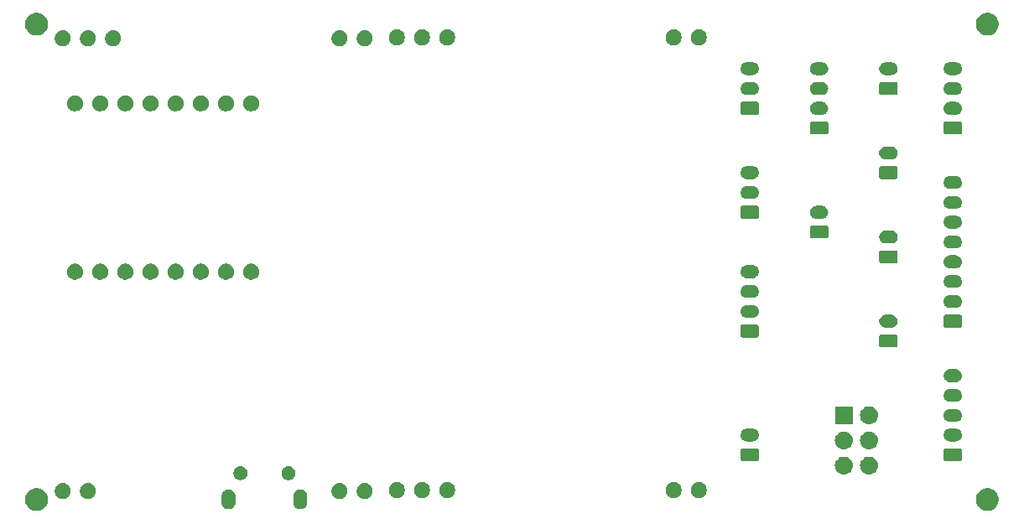
<source format=gbr>
%TF.GenerationSoftware,KiCad,Pcbnew,(5.0.2)-1*%
%TF.CreationDate,2019-03-24T20:38:46+01:00*%
%TF.ProjectId,TaggerMainboard,54616767-6572-44d6-9169-6e626f617264,rev?*%
%TF.SameCoordinates,Original*%
%TF.FileFunction,Soldermask,Bot*%
%TF.FilePolarity,Negative*%
%FSLAX46Y46*%
G04 Gerber Fmt 4.6, Leading zero omitted, Abs format (unit mm)*
G04 Created by KiCad (PCBNEW (5.0.2)-1) date 24.03.2019 20:38:46*
%MOMM*%
%LPD*%
G01*
G04 APERTURE LIST*
%ADD10C,0.150000*%
G04 APERTURE END LIST*
D10*
G36*
X155335734Y-91893232D02*
X155545202Y-91979996D01*
X155733723Y-92105962D01*
X155894038Y-92266277D01*
X156020004Y-92454798D01*
X156106768Y-92664266D01*
X156151000Y-92886635D01*
X156151000Y-93113365D01*
X156106768Y-93335734D01*
X156020004Y-93545202D01*
X155894038Y-93733723D01*
X155733723Y-93894038D01*
X155545202Y-94020004D01*
X155335734Y-94106768D01*
X155113365Y-94151000D01*
X154886635Y-94151000D01*
X154664266Y-94106768D01*
X154454798Y-94020004D01*
X154266277Y-93894038D01*
X154105962Y-93733723D01*
X153979996Y-93545202D01*
X153893232Y-93335734D01*
X153849000Y-93113365D01*
X153849000Y-92886635D01*
X153893232Y-92664266D01*
X153979996Y-92454798D01*
X154105962Y-92266277D01*
X154266277Y-92105962D01*
X154454798Y-91979996D01*
X154664266Y-91893232D01*
X154886635Y-91849000D01*
X155113365Y-91849000D01*
X155335734Y-91893232D01*
X155335734Y-91893232D01*
G37*
G36*
X59335734Y-91893232D02*
X59545202Y-91979996D01*
X59733723Y-92105962D01*
X59894038Y-92266277D01*
X60020004Y-92454798D01*
X60106768Y-92664266D01*
X60151000Y-92886635D01*
X60151000Y-93113365D01*
X60106768Y-93335734D01*
X60020004Y-93545202D01*
X59894038Y-93733723D01*
X59733723Y-93894038D01*
X59545202Y-94020004D01*
X59335734Y-94106768D01*
X59113365Y-94151000D01*
X58886635Y-94151000D01*
X58664266Y-94106768D01*
X58454798Y-94020004D01*
X58266277Y-93894038D01*
X58105962Y-93733723D01*
X57979996Y-93545202D01*
X57893232Y-93335734D01*
X57849000Y-93113365D01*
X57849000Y-92886635D01*
X57893232Y-92664266D01*
X57979996Y-92454798D01*
X58105962Y-92266277D01*
X58266277Y-92105962D01*
X58454798Y-91979996D01*
X58664266Y-91893232D01*
X58886635Y-91849000D01*
X59113365Y-91849000D01*
X59335734Y-91893232D01*
X59335734Y-91893232D01*
G37*
G36*
X78512421Y-92009143D02*
X78644557Y-92049227D01*
X78644559Y-92049228D01*
X78766339Y-92114320D01*
X78873080Y-92201920D01*
X78960680Y-92308661D01*
X79007974Y-92397143D01*
X79025773Y-92430443D01*
X79065857Y-92562579D01*
X79076000Y-92665568D01*
X79076000Y-93334432D01*
X79065857Y-93437421D01*
X79025773Y-93569556D01*
X79025772Y-93569559D01*
X78960680Y-93691339D01*
X78897691Y-93768090D01*
X78873078Y-93798082D01*
X78780427Y-93874117D01*
X78766338Y-93885680D01*
X78750697Y-93894040D01*
X78644556Y-93950773D01*
X78512420Y-93990857D01*
X78375000Y-94004391D01*
X78237579Y-93990857D01*
X78105443Y-93950773D01*
X78105441Y-93950772D01*
X77983661Y-93885680D01*
X77906910Y-93822691D01*
X77876918Y-93798078D01*
X77789321Y-93691339D01*
X77789320Y-93691337D01*
X77724228Y-93569558D01*
X77724227Y-93569556D01*
X77684143Y-93437420D01*
X77674000Y-93334431D01*
X77674000Y-92665568D01*
X77684143Y-92562579D01*
X77724226Y-92430443D01*
X77754527Y-92373756D01*
X77789321Y-92308661D01*
X77876921Y-92201920D01*
X77983662Y-92114320D01*
X78105442Y-92049228D01*
X78105444Y-92049227D01*
X78237580Y-92009143D01*
X78375000Y-91995609D01*
X78512421Y-92009143D01*
X78512421Y-92009143D01*
G37*
G36*
X85762421Y-92009143D02*
X85894557Y-92049227D01*
X85894559Y-92049228D01*
X86016339Y-92114320D01*
X86123080Y-92201920D01*
X86210680Y-92308661D01*
X86257974Y-92397143D01*
X86275773Y-92430443D01*
X86315857Y-92562579D01*
X86326000Y-92665568D01*
X86326000Y-93334432D01*
X86315857Y-93437421D01*
X86275773Y-93569556D01*
X86275772Y-93569559D01*
X86210680Y-93691339D01*
X86147691Y-93768090D01*
X86123078Y-93798082D01*
X86030427Y-93874117D01*
X86016338Y-93885680D01*
X86000697Y-93894040D01*
X85894556Y-93950773D01*
X85762420Y-93990857D01*
X85625000Y-94004391D01*
X85487579Y-93990857D01*
X85355443Y-93950773D01*
X85355441Y-93950772D01*
X85233661Y-93885680D01*
X85156910Y-93822691D01*
X85126918Y-93798078D01*
X85039321Y-93691339D01*
X85039320Y-93691337D01*
X84974228Y-93569558D01*
X84974227Y-93569556D01*
X84934143Y-93437420D01*
X84924000Y-93334431D01*
X84924000Y-92665568D01*
X84934143Y-92562579D01*
X84974226Y-92430443D01*
X85004527Y-92373756D01*
X85039321Y-92308661D01*
X85126921Y-92201920D01*
X85233662Y-92114320D01*
X85355442Y-92049228D01*
X85355444Y-92049227D01*
X85487580Y-92009143D01*
X85625000Y-91995609D01*
X85762421Y-92009143D01*
X85762421Y-92009143D01*
G37*
G36*
X89827142Y-91378242D02*
X89941583Y-91425646D01*
X89948479Y-91428502D01*
X89975102Y-91439530D01*
X90042130Y-91484317D01*
X90108257Y-91528501D01*
X90221499Y-91641743D01*
X90265683Y-91707870D01*
X90310470Y-91774898D01*
X90371758Y-91922858D01*
X90403000Y-92079925D01*
X90403000Y-92240075D01*
X90371758Y-92397142D01*
X90310470Y-92545102D01*
X90221498Y-92678258D01*
X90108258Y-92791498D01*
X89975102Y-92880470D01*
X89827142Y-92941758D01*
X89670075Y-92973000D01*
X89509925Y-92973000D01*
X89352858Y-92941758D01*
X89204898Y-92880470D01*
X89071742Y-92791498D01*
X88958502Y-92678258D01*
X88869530Y-92545102D01*
X88808242Y-92397142D01*
X88777000Y-92240075D01*
X88777000Y-92079925D01*
X88808242Y-91922858D01*
X88869530Y-91774898D01*
X88914317Y-91707870D01*
X88958501Y-91641743D01*
X89071743Y-91528501D01*
X89137870Y-91484317D01*
X89204898Y-91439530D01*
X89231522Y-91428502D01*
X89238417Y-91425646D01*
X89352858Y-91378242D01*
X89509925Y-91347000D01*
X89670075Y-91347000D01*
X89827142Y-91378242D01*
X89827142Y-91378242D01*
G37*
G36*
X61887142Y-91378242D02*
X62001583Y-91425646D01*
X62008479Y-91428502D01*
X62035102Y-91439530D01*
X62102130Y-91484317D01*
X62168257Y-91528501D01*
X62281499Y-91641743D01*
X62325683Y-91707870D01*
X62370470Y-91774898D01*
X62431758Y-91922858D01*
X62463000Y-92079925D01*
X62463000Y-92240075D01*
X62431758Y-92397142D01*
X62370470Y-92545102D01*
X62281498Y-92678258D01*
X62168258Y-92791498D01*
X62035102Y-92880470D01*
X61887142Y-92941758D01*
X61730075Y-92973000D01*
X61569925Y-92973000D01*
X61412858Y-92941758D01*
X61264898Y-92880470D01*
X61131742Y-92791498D01*
X61018502Y-92678258D01*
X60929530Y-92545102D01*
X60868242Y-92397142D01*
X60837000Y-92240075D01*
X60837000Y-92079925D01*
X60868242Y-91922858D01*
X60929530Y-91774898D01*
X60974317Y-91707870D01*
X61018501Y-91641743D01*
X61131743Y-91528501D01*
X61197870Y-91484317D01*
X61264898Y-91439530D01*
X61291522Y-91428502D01*
X61298417Y-91425646D01*
X61412858Y-91378242D01*
X61569925Y-91347000D01*
X61730075Y-91347000D01*
X61887142Y-91378242D01*
X61887142Y-91378242D01*
G37*
G36*
X64427142Y-91378242D02*
X64541583Y-91425646D01*
X64548479Y-91428502D01*
X64575102Y-91439530D01*
X64642130Y-91484317D01*
X64708257Y-91528501D01*
X64821499Y-91641743D01*
X64865683Y-91707870D01*
X64910470Y-91774898D01*
X64971758Y-91922858D01*
X65003000Y-92079925D01*
X65003000Y-92240075D01*
X64971758Y-92397142D01*
X64910470Y-92545102D01*
X64821498Y-92678258D01*
X64708258Y-92791498D01*
X64575102Y-92880470D01*
X64427142Y-92941758D01*
X64270075Y-92973000D01*
X64109925Y-92973000D01*
X63952858Y-92941758D01*
X63804898Y-92880470D01*
X63671742Y-92791498D01*
X63558502Y-92678258D01*
X63469530Y-92545102D01*
X63408242Y-92397142D01*
X63377000Y-92240075D01*
X63377000Y-92079925D01*
X63408242Y-91922858D01*
X63469530Y-91774898D01*
X63514317Y-91707870D01*
X63558501Y-91641743D01*
X63671743Y-91528501D01*
X63737870Y-91484317D01*
X63804898Y-91439530D01*
X63831522Y-91428502D01*
X63838417Y-91425646D01*
X63952858Y-91378242D01*
X64109925Y-91347000D01*
X64270075Y-91347000D01*
X64427142Y-91378242D01*
X64427142Y-91378242D01*
G37*
G36*
X92367142Y-91378242D02*
X92481583Y-91425646D01*
X92488479Y-91428502D01*
X92515102Y-91439530D01*
X92582130Y-91484317D01*
X92648257Y-91528501D01*
X92761499Y-91641743D01*
X92805683Y-91707870D01*
X92850470Y-91774898D01*
X92911758Y-91922858D01*
X92943000Y-92079925D01*
X92943000Y-92240075D01*
X92911758Y-92397142D01*
X92850470Y-92545102D01*
X92761498Y-92678258D01*
X92648258Y-92791498D01*
X92515102Y-92880470D01*
X92367142Y-92941758D01*
X92210075Y-92973000D01*
X92049925Y-92973000D01*
X91892858Y-92941758D01*
X91744898Y-92880470D01*
X91611742Y-92791498D01*
X91498502Y-92678258D01*
X91409530Y-92545102D01*
X91348242Y-92397142D01*
X91317000Y-92240075D01*
X91317000Y-92079925D01*
X91348242Y-91922858D01*
X91409530Y-91774898D01*
X91454317Y-91707870D01*
X91498501Y-91641743D01*
X91611743Y-91528501D01*
X91677870Y-91484317D01*
X91744898Y-91439530D01*
X91771522Y-91428502D01*
X91778417Y-91425646D01*
X91892858Y-91378242D01*
X92049925Y-91347000D01*
X92210075Y-91347000D01*
X92367142Y-91378242D01*
X92367142Y-91378242D01*
G37*
G36*
X100687142Y-91278242D02*
X100835102Y-91339530D01*
X100968258Y-91428502D01*
X101081498Y-91541742D01*
X101170470Y-91674898D01*
X101231758Y-91822858D01*
X101263000Y-91979925D01*
X101263000Y-92140075D01*
X101231758Y-92297142D01*
X101190336Y-92397142D01*
X101170471Y-92445100D01*
X101091975Y-92562579D01*
X101081498Y-92578258D01*
X100968258Y-92691498D01*
X100835102Y-92780470D01*
X100835101Y-92780471D01*
X100835100Y-92780471D01*
X100808476Y-92791499D01*
X100687142Y-92841758D01*
X100530075Y-92873000D01*
X100369925Y-92873000D01*
X100212858Y-92841758D01*
X100091524Y-92791499D01*
X100064900Y-92780471D01*
X100064899Y-92780471D01*
X100064898Y-92780470D01*
X99931742Y-92691498D01*
X99818502Y-92578258D01*
X99808026Y-92562579D01*
X99729529Y-92445100D01*
X99709664Y-92397142D01*
X99668242Y-92297142D01*
X99637000Y-92140075D01*
X99637000Y-91979925D01*
X99668242Y-91822858D01*
X99729530Y-91674898D01*
X99818502Y-91541742D01*
X99931742Y-91428502D01*
X100064898Y-91339530D01*
X100212858Y-91278242D01*
X100369925Y-91247000D01*
X100530075Y-91247000D01*
X100687142Y-91278242D01*
X100687142Y-91278242D01*
G37*
G36*
X126087142Y-91278242D02*
X126235102Y-91339530D01*
X126368258Y-91428502D01*
X126481498Y-91541742D01*
X126570470Y-91674898D01*
X126631758Y-91822858D01*
X126663000Y-91979925D01*
X126663000Y-92140075D01*
X126631758Y-92297142D01*
X126590336Y-92397142D01*
X126570471Y-92445100D01*
X126491975Y-92562579D01*
X126481498Y-92578258D01*
X126368258Y-92691498D01*
X126235102Y-92780470D01*
X126235101Y-92780471D01*
X126235100Y-92780471D01*
X126208476Y-92791499D01*
X126087142Y-92841758D01*
X125930075Y-92873000D01*
X125769925Y-92873000D01*
X125612858Y-92841758D01*
X125491524Y-92791499D01*
X125464900Y-92780471D01*
X125464899Y-92780471D01*
X125464898Y-92780470D01*
X125331742Y-92691498D01*
X125218502Y-92578258D01*
X125208026Y-92562579D01*
X125129529Y-92445100D01*
X125109664Y-92397142D01*
X125068242Y-92297142D01*
X125037000Y-92140075D01*
X125037000Y-91979925D01*
X125068242Y-91822858D01*
X125129530Y-91674898D01*
X125218502Y-91541742D01*
X125331742Y-91428502D01*
X125464898Y-91339530D01*
X125612858Y-91278242D01*
X125769925Y-91247000D01*
X125930075Y-91247000D01*
X126087142Y-91278242D01*
X126087142Y-91278242D01*
G37*
G36*
X123547142Y-91278242D02*
X123695102Y-91339530D01*
X123828258Y-91428502D01*
X123941498Y-91541742D01*
X124030470Y-91674898D01*
X124091758Y-91822858D01*
X124123000Y-91979925D01*
X124123000Y-92140075D01*
X124091758Y-92297142D01*
X124050336Y-92397142D01*
X124030471Y-92445100D01*
X123951975Y-92562579D01*
X123941498Y-92578258D01*
X123828258Y-92691498D01*
X123695102Y-92780470D01*
X123695101Y-92780471D01*
X123695100Y-92780471D01*
X123668476Y-92791499D01*
X123547142Y-92841758D01*
X123390075Y-92873000D01*
X123229925Y-92873000D01*
X123072858Y-92841758D01*
X122951524Y-92791499D01*
X122924900Y-92780471D01*
X122924899Y-92780471D01*
X122924898Y-92780470D01*
X122791742Y-92691498D01*
X122678502Y-92578258D01*
X122668026Y-92562579D01*
X122589529Y-92445100D01*
X122569664Y-92397142D01*
X122528242Y-92297142D01*
X122497000Y-92140075D01*
X122497000Y-91979925D01*
X122528242Y-91822858D01*
X122589530Y-91674898D01*
X122678502Y-91541742D01*
X122791742Y-91428502D01*
X122924898Y-91339530D01*
X123072858Y-91278242D01*
X123229925Y-91247000D01*
X123390075Y-91247000D01*
X123547142Y-91278242D01*
X123547142Y-91278242D01*
G37*
G36*
X98147142Y-91278242D02*
X98295102Y-91339530D01*
X98428258Y-91428502D01*
X98541498Y-91541742D01*
X98630470Y-91674898D01*
X98691758Y-91822858D01*
X98723000Y-91979925D01*
X98723000Y-92140075D01*
X98691758Y-92297142D01*
X98650336Y-92397142D01*
X98630471Y-92445100D01*
X98551975Y-92562579D01*
X98541498Y-92578258D01*
X98428258Y-92691498D01*
X98295102Y-92780470D01*
X98295101Y-92780471D01*
X98295100Y-92780471D01*
X98268476Y-92791499D01*
X98147142Y-92841758D01*
X97990075Y-92873000D01*
X97829925Y-92873000D01*
X97672858Y-92841758D01*
X97551524Y-92791499D01*
X97524900Y-92780471D01*
X97524899Y-92780471D01*
X97524898Y-92780470D01*
X97391742Y-92691498D01*
X97278502Y-92578258D01*
X97268026Y-92562579D01*
X97189529Y-92445100D01*
X97169664Y-92397142D01*
X97128242Y-92297142D01*
X97097000Y-92140075D01*
X97097000Y-91979925D01*
X97128242Y-91822858D01*
X97189530Y-91674898D01*
X97278502Y-91541742D01*
X97391742Y-91428502D01*
X97524898Y-91339530D01*
X97672858Y-91278242D01*
X97829925Y-91247000D01*
X97990075Y-91247000D01*
X98147142Y-91278242D01*
X98147142Y-91278242D01*
G37*
G36*
X95607142Y-91278242D02*
X95755102Y-91339530D01*
X95888258Y-91428502D01*
X96001498Y-91541742D01*
X96090470Y-91674898D01*
X96151758Y-91822858D01*
X96183000Y-91979925D01*
X96183000Y-92140075D01*
X96151758Y-92297142D01*
X96110336Y-92397142D01*
X96090471Y-92445100D01*
X96011975Y-92562579D01*
X96001498Y-92578258D01*
X95888258Y-92691498D01*
X95755102Y-92780470D01*
X95755101Y-92780471D01*
X95755100Y-92780471D01*
X95728476Y-92791499D01*
X95607142Y-92841758D01*
X95450075Y-92873000D01*
X95289925Y-92873000D01*
X95132858Y-92841758D01*
X95011524Y-92791499D01*
X94984900Y-92780471D01*
X94984899Y-92780471D01*
X94984898Y-92780470D01*
X94851742Y-92691498D01*
X94738502Y-92578258D01*
X94728026Y-92562579D01*
X94649529Y-92445100D01*
X94629664Y-92397142D01*
X94588242Y-92297142D01*
X94557000Y-92140075D01*
X94557000Y-91979925D01*
X94588242Y-91822858D01*
X94649530Y-91674898D01*
X94738502Y-91541742D01*
X94851742Y-91428502D01*
X94984898Y-91339530D01*
X95132858Y-91278242D01*
X95289925Y-91247000D01*
X95450075Y-91247000D01*
X95607142Y-91278242D01*
X95607142Y-91278242D01*
G37*
G36*
X84629472Y-89675938D02*
X84757049Y-89728782D01*
X84871865Y-89805500D01*
X84969500Y-89903135D01*
X85046218Y-90017951D01*
X85099062Y-90145528D01*
X85126000Y-90280956D01*
X85126000Y-90419044D01*
X85099062Y-90554472D01*
X85046218Y-90682049D01*
X84969500Y-90796865D01*
X84871865Y-90894500D01*
X84757049Y-90971218D01*
X84629472Y-91024062D01*
X84494044Y-91051000D01*
X84355956Y-91051000D01*
X84220528Y-91024062D01*
X84092951Y-90971218D01*
X83978135Y-90894500D01*
X83880500Y-90796865D01*
X83803782Y-90682049D01*
X83750938Y-90554472D01*
X83724000Y-90419044D01*
X83724000Y-90280956D01*
X83750938Y-90145528D01*
X83803782Y-90017951D01*
X83880500Y-89903135D01*
X83978135Y-89805500D01*
X84092951Y-89728782D01*
X84220528Y-89675938D01*
X84355956Y-89649000D01*
X84494044Y-89649000D01*
X84629472Y-89675938D01*
X84629472Y-89675938D01*
G37*
G36*
X79779472Y-89675938D02*
X79907049Y-89728782D01*
X80021865Y-89805500D01*
X80119500Y-89903135D01*
X80196218Y-90017951D01*
X80249062Y-90145528D01*
X80276000Y-90280956D01*
X80276000Y-90419044D01*
X80249062Y-90554472D01*
X80196218Y-90682049D01*
X80119500Y-90796865D01*
X80021865Y-90894500D01*
X79907049Y-90971218D01*
X79779472Y-91024062D01*
X79644044Y-91051000D01*
X79505956Y-91051000D01*
X79370528Y-91024062D01*
X79242951Y-90971218D01*
X79128135Y-90894500D01*
X79030500Y-90796865D01*
X78953782Y-90682049D01*
X78900938Y-90554472D01*
X78874000Y-90419044D01*
X78874000Y-90280956D01*
X78900938Y-90145528D01*
X78953782Y-90017951D01*
X79030500Y-89903135D01*
X79128135Y-89805500D01*
X79242951Y-89728782D01*
X79370528Y-89675938D01*
X79505956Y-89649000D01*
X79644044Y-89649000D01*
X79779472Y-89675938D01*
X79779472Y-89675938D01*
G37*
G36*
X140610442Y-88685518D02*
X140676627Y-88692037D01*
X140789853Y-88726384D01*
X140846467Y-88743557D01*
X140985087Y-88817652D01*
X141002991Y-88827222D01*
X141038729Y-88856552D01*
X141140186Y-88939814D01*
X141214567Y-89030449D01*
X141252778Y-89077009D01*
X141252779Y-89077011D01*
X141336443Y-89233533D01*
X141336443Y-89233534D01*
X141387963Y-89403373D01*
X141405359Y-89580000D01*
X141387963Y-89756627D01*
X141353616Y-89869853D01*
X141336443Y-89926467D01*
X141262348Y-90065087D01*
X141252778Y-90082991D01*
X141223448Y-90118729D01*
X141140186Y-90220186D01*
X141038729Y-90303448D01*
X141002991Y-90332778D01*
X141002989Y-90332779D01*
X140846467Y-90416443D01*
X140837892Y-90419044D01*
X140676627Y-90467963D01*
X140610442Y-90474482D01*
X140544260Y-90481000D01*
X140455740Y-90481000D01*
X140389558Y-90474482D01*
X140323373Y-90467963D01*
X140162108Y-90419044D01*
X140153533Y-90416443D01*
X139997011Y-90332779D01*
X139997009Y-90332778D01*
X139961271Y-90303448D01*
X139859814Y-90220186D01*
X139776552Y-90118729D01*
X139747222Y-90082991D01*
X139737652Y-90065087D01*
X139663557Y-89926467D01*
X139646384Y-89869853D01*
X139612037Y-89756627D01*
X139594641Y-89580000D01*
X139612037Y-89403373D01*
X139663557Y-89233534D01*
X139663557Y-89233533D01*
X139747221Y-89077011D01*
X139747222Y-89077009D01*
X139785433Y-89030449D01*
X139859814Y-88939814D01*
X139961271Y-88856552D01*
X139997009Y-88827222D01*
X140014913Y-88817652D01*
X140153533Y-88743557D01*
X140210147Y-88726384D01*
X140323373Y-88692037D01*
X140389558Y-88685518D01*
X140455740Y-88679000D01*
X140544260Y-88679000D01*
X140610442Y-88685518D01*
X140610442Y-88685518D01*
G37*
G36*
X143150442Y-88685518D02*
X143216627Y-88692037D01*
X143329853Y-88726384D01*
X143386467Y-88743557D01*
X143525087Y-88817652D01*
X143542991Y-88827222D01*
X143578729Y-88856552D01*
X143680186Y-88939814D01*
X143754567Y-89030449D01*
X143792778Y-89077009D01*
X143792779Y-89077011D01*
X143876443Y-89233533D01*
X143876443Y-89233534D01*
X143927963Y-89403373D01*
X143945359Y-89580000D01*
X143927963Y-89756627D01*
X143893616Y-89869853D01*
X143876443Y-89926467D01*
X143802348Y-90065087D01*
X143792778Y-90082991D01*
X143763448Y-90118729D01*
X143680186Y-90220186D01*
X143578729Y-90303448D01*
X143542991Y-90332778D01*
X143542989Y-90332779D01*
X143386467Y-90416443D01*
X143377892Y-90419044D01*
X143216627Y-90467963D01*
X143150442Y-90474482D01*
X143084260Y-90481000D01*
X142995740Y-90481000D01*
X142929558Y-90474482D01*
X142863373Y-90467963D01*
X142702108Y-90419044D01*
X142693533Y-90416443D01*
X142537011Y-90332779D01*
X142537009Y-90332778D01*
X142501271Y-90303448D01*
X142399814Y-90220186D01*
X142316552Y-90118729D01*
X142287222Y-90082991D01*
X142277652Y-90065087D01*
X142203557Y-89926467D01*
X142186384Y-89869853D01*
X142152037Y-89756627D01*
X142134641Y-89580000D01*
X142152037Y-89403373D01*
X142203557Y-89233534D01*
X142203557Y-89233533D01*
X142287221Y-89077011D01*
X142287222Y-89077009D01*
X142325433Y-89030449D01*
X142399814Y-88939814D01*
X142501271Y-88856552D01*
X142537009Y-88827222D01*
X142554913Y-88817652D01*
X142693533Y-88743557D01*
X142750147Y-88726384D01*
X142863373Y-88692037D01*
X142929558Y-88685518D01*
X142995740Y-88679000D01*
X143084260Y-88679000D01*
X143150442Y-88685518D01*
X143150442Y-88685518D01*
G37*
G36*
X152266242Y-87853404D02*
X152303339Y-87864657D01*
X152337520Y-87882927D01*
X152367482Y-87907518D01*
X152392073Y-87937480D01*
X152410343Y-87971661D01*
X152421596Y-88008758D01*
X152426000Y-88053473D01*
X152426000Y-88946527D01*
X152421596Y-88991242D01*
X152410343Y-89028339D01*
X152392073Y-89062520D01*
X152367482Y-89092482D01*
X152337520Y-89117073D01*
X152303339Y-89135343D01*
X152266242Y-89146596D01*
X152221527Y-89151000D01*
X150778473Y-89151000D01*
X150733758Y-89146596D01*
X150696661Y-89135343D01*
X150662480Y-89117073D01*
X150632518Y-89092482D01*
X150607927Y-89062520D01*
X150589657Y-89028339D01*
X150578404Y-88991242D01*
X150574000Y-88946527D01*
X150574000Y-88053473D01*
X150578404Y-88008758D01*
X150589657Y-87971661D01*
X150607927Y-87937480D01*
X150632518Y-87907518D01*
X150662480Y-87882927D01*
X150696661Y-87864657D01*
X150733758Y-87853404D01*
X150778473Y-87849000D01*
X152221527Y-87849000D01*
X152266242Y-87853404D01*
X152266242Y-87853404D01*
G37*
G36*
X131766242Y-87853404D02*
X131803339Y-87864657D01*
X131837520Y-87882927D01*
X131867482Y-87907518D01*
X131892073Y-87937480D01*
X131910343Y-87971661D01*
X131921596Y-88008758D01*
X131926000Y-88053473D01*
X131926000Y-88946527D01*
X131921596Y-88991242D01*
X131910343Y-89028339D01*
X131892073Y-89062520D01*
X131867482Y-89092482D01*
X131837520Y-89117073D01*
X131803339Y-89135343D01*
X131766242Y-89146596D01*
X131721527Y-89151000D01*
X130278473Y-89151000D01*
X130233758Y-89146596D01*
X130196661Y-89135343D01*
X130162480Y-89117073D01*
X130132518Y-89092482D01*
X130107927Y-89062520D01*
X130089657Y-89028339D01*
X130078404Y-88991242D01*
X130074000Y-88946527D01*
X130074000Y-88053473D01*
X130078404Y-88008758D01*
X130089657Y-87971661D01*
X130107927Y-87937480D01*
X130132518Y-87907518D01*
X130162480Y-87882927D01*
X130196661Y-87864657D01*
X130233758Y-87853404D01*
X130278473Y-87849000D01*
X131721527Y-87849000D01*
X131766242Y-87853404D01*
X131766242Y-87853404D01*
G37*
G36*
X143150442Y-86145518D02*
X143216627Y-86152037D01*
X143329853Y-86186384D01*
X143386467Y-86203557D01*
X143472731Y-86249667D01*
X143542991Y-86287222D01*
X143578729Y-86316552D01*
X143680186Y-86399814D01*
X143762405Y-86500000D01*
X143792778Y-86537009D01*
X143792779Y-86537011D01*
X143876443Y-86693533D01*
X143876443Y-86693534D01*
X143927963Y-86863373D01*
X143945359Y-87040000D01*
X143927963Y-87216627D01*
X143893616Y-87329853D01*
X143876443Y-87386467D01*
X143802348Y-87525087D01*
X143792778Y-87542991D01*
X143763448Y-87578729D01*
X143680186Y-87680186D01*
X143578729Y-87763448D01*
X143542991Y-87792778D01*
X143542989Y-87792779D01*
X143386467Y-87876443D01*
X143329853Y-87893616D01*
X143216627Y-87927963D01*
X143150442Y-87934482D01*
X143084260Y-87941000D01*
X142995740Y-87941000D01*
X142929558Y-87934482D01*
X142863373Y-87927963D01*
X142750147Y-87893616D01*
X142693533Y-87876443D01*
X142537011Y-87792779D01*
X142537009Y-87792778D01*
X142501271Y-87763448D01*
X142399814Y-87680186D01*
X142316552Y-87578729D01*
X142287222Y-87542991D01*
X142277652Y-87525087D01*
X142203557Y-87386467D01*
X142186384Y-87329853D01*
X142152037Y-87216627D01*
X142134641Y-87040000D01*
X142152037Y-86863373D01*
X142203557Y-86693534D01*
X142203557Y-86693533D01*
X142287221Y-86537011D01*
X142287222Y-86537009D01*
X142317595Y-86500000D01*
X142399814Y-86399814D01*
X142501271Y-86316552D01*
X142537009Y-86287222D01*
X142607269Y-86249667D01*
X142693533Y-86203557D01*
X142750147Y-86186384D01*
X142863373Y-86152037D01*
X142929558Y-86145518D01*
X142995740Y-86139000D01*
X143084260Y-86139000D01*
X143150442Y-86145518D01*
X143150442Y-86145518D01*
G37*
G36*
X140610442Y-86145518D02*
X140676627Y-86152037D01*
X140789853Y-86186384D01*
X140846467Y-86203557D01*
X140932731Y-86249667D01*
X141002991Y-86287222D01*
X141038729Y-86316552D01*
X141140186Y-86399814D01*
X141222405Y-86500000D01*
X141252778Y-86537009D01*
X141252779Y-86537011D01*
X141336443Y-86693533D01*
X141336443Y-86693534D01*
X141387963Y-86863373D01*
X141405359Y-87040000D01*
X141387963Y-87216627D01*
X141353616Y-87329853D01*
X141336443Y-87386467D01*
X141262348Y-87525087D01*
X141252778Y-87542991D01*
X141223448Y-87578729D01*
X141140186Y-87680186D01*
X141038729Y-87763448D01*
X141002991Y-87792778D01*
X141002989Y-87792779D01*
X140846467Y-87876443D01*
X140789853Y-87893616D01*
X140676627Y-87927963D01*
X140610442Y-87934482D01*
X140544260Y-87941000D01*
X140455740Y-87941000D01*
X140389558Y-87934482D01*
X140323373Y-87927963D01*
X140210147Y-87893616D01*
X140153533Y-87876443D01*
X139997011Y-87792779D01*
X139997009Y-87792778D01*
X139961271Y-87763448D01*
X139859814Y-87680186D01*
X139776552Y-87578729D01*
X139747222Y-87542991D01*
X139737652Y-87525087D01*
X139663557Y-87386467D01*
X139646384Y-87329853D01*
X139612037Y-87216627D01*
X139594641Y-87040000D01*
X139612037Y-86863373D01*
X139663557Y-86693534D01*
X139663557Y-86693533D01*
X139747221Y-86537011D01*
X139747222Y-86537009D01*
X139777595Y-86500000D01*
X139859814Y-86399814D01*
X139961271Y-86316552D01*
X139997009Y-86287222D01*
X140067269Y-86249667D01*
X140153533Y-86203557D01*
X140210147Y-86186384D01*
X140323373Y-86152037D01*
X140389558Y-86145518D01*
X140455740Y-86139000D01*
X140544260Y-86139000D01*
X140610442Y-86145518D01*
X140610442Y-86145518D01*
G37*
G36*
X131338855Y-85852140D02*
X131402618Y-85858420D01*
X131484427Y-85883237D01*
X131525333Y-85895645D01*
X131625491Y-85949181D01*
X131638426Y-85956095D01*
X131737553Y-86037447D01*
X131818905Y-86136574D01*
X131818906Y-86136576D01*
X131879355Y-86249667D01*
X131879355Y-86249668D01*
X131916580Y-86372382D01*
X131929149Y-86500000D01*
X131916580Y-86627618D01*
X131891763Y-86709427D01*
X131879355Y-86750333D01*
X131825819Y-86850491D01*
X131818905Y-86863426D01*
X131737553Y-86962553D01*
X131638426Y-87043905D01*
X131638424Y-87043906D01*
X131525333Y-87104355D01*
X131484427Y-87116763D01*
X131402618Y-87141580D01*
X131338855Y-87147860D01*
X131306974Y-87151000D01*
X130693026Y-87151000D01*
X130661145Y-87147860D01*
X130597382Y-87141580D01*
X130515573Y-87116763D01*
X130474667Y-87104355D01*
X130361576Y-87043906D01*
X130361574Y-87043905D01*
X130262447Y-86962553D01*
X130181095Y-86863426D01*
X130174181Y-86850491D01*
X130120645Y-86750333D01*
X130108237Y-86709427D01*
X130083420Y-86627618D01*
X130070851Y-86500000D01*
X130083420Y-86372382D01*
X130120645Y-86249668D01*
X130120645Y-86249667D01*
X130181094Y-86136576D01*
X130181095Y-86136574D01*
X130262447Y-86037447D01*
X130361574Y-85956095D01*
X130374509Y-85949181D01*
X130474667Y-85895645D01*
X130515573Y-85883237D01*
X130597382Y-85858420D01*
X130661145Y-85852140D01*
X130693026Y-85849000D01*
X131306974Y-85849000D01*
X131338855Y-85852140D01*
X131338855Y-85852140D01*
G37*
G36*
X151838855Y-85852140D02*
X151902618Y-85858420D01*
X151984427Y-85883237D01*
X152025333Y-85895645D01*
X152125491Y-85949181D01*
X152138426Y-85956095D01*
X152237553Y-86037447D01*
X152318905Y-86136574D01*
X152318906Y-86136576D01*
X152379355Y-86249667D01*
X152379355Y-86249668D01*
X152416580Y-86372382D01*
X152429149Y-86500000D01*
X152416580Y-86627618D01*
X152391763Y-86709427D01*
X152379355Y-86750333D01*
X152325819Y-86850491D01*
X152318905Y-86863426D01*
X152237553Y-86962553D01*
X152138426Y-87043905D01*
X152138424Y-87043906D01*
X152025333Y-87104355D01*
X151984427Y-87116763D01*
X151902618Y-87141580D01*
X151838855Y-87147860D01*
X151806974Y-87151000D01*
X151193026Y-87151000D01*
X151161145Y-87147860D01*
X151097382Y-87141580D01*
X151015573Y-87116763D01*
X150974667Y-87104355D01*
X150861576Y-87043906D01*
X150861574Y-87043905D01*
X150762447Y-86962553D01*
X150681095Y-86863426D01*
X150674181Y-86850491D01*
X150620645Y-86750333D01*
X150608237Y-86709427D01*
X150583420Y-86627618D01*
X150570851Y-86500000D01*
X150583420Y-86372382D01*
X150620645Y-86249668D01*
X150620645Y-86249667D01*
X150681094Y-86136576D01*
X150681095Y-86136574D01*
X150762447Y-86037447D01*
X150861574Y-85956095D01*
X150874509Y-85949181D01*
X150974667Y-85895645D01*
X151015573Y-85883237D01*
X151097382Y-85858420D01*
X151161145Y-85852140D01*
X151193026Y-85849000D01*
X151806974Y-85849000D01*
X151838855Y-85852140D01*
X151838855Y-85852140D01*
G37*
G36*
X141401000Y-85401000D02*
X139599000Y-85401000D01*
X139599000Y-83599000D01*
X141401000Y-83599000D01*
X141401000Y-85401000D01*
X141401000Y-85401000D01*
G37*
G36*
X143150442Y-83605518D02*
X143216627Y-83612037D01*
X143329853Y-83646384D01*
X143386467Y-83663557D01*
X143525087Y-83737652D01*
X143542991Y-83747222D01*
X143578729Y-83776552D01*
X143680186Y-83859814D01*
X143759200Y-83956094D01*
X143792778Y-83997009D01*
X143792779Y-83997011D01*
X143876443Y-84153533D01*
X143876443Y-84153534D01*
X143927963Y-84323373D01*
X143945359Y-84500000D01*
X143927963Y-84676627D01*
X143893616Y-84789853D01*
X143876443Y-84846467D01*
X143867379Y-84863424D01*
X143792778Y-85002991D01*
X143763448Y-85038729D01*
X143680186Y-85140186D01*
X143578729Y-85223448D01*
X143542991Y-85252778D01*
X143542989Y-85252779D01*
X143386467Y-85336443D01*
X143329853Y-85353616D01*
X143216627Y-85387963D01*
X143150443Y-85394481D01*
X143084260Y-85401000D01*
X142995740Y-85401000D01*
X142929557Y-85394481D01*
X142863373Y-85387963D01*
X142750147Y-85353616D01*
X142693533Y-85336443D01*
X142537011Y-85252779D01*
X142537009Y-85252778D01*
X142501271Y-85223448D01*
X142399814Y-85140186D01*
X142316552Y-85038729D01*
X142287222Y-85002991D01*
X142212621Y-84863424D01*
X142203557Y-84846467D01*
X142186384Y-84789853D01*
X142152037Y-84676627D01*
X142134641Y-84500000D01*
X142152037Y-84323373D01*
X142203557Y-84153534D01*
X142203557Y-84153533D01*
X142287221Y-83997011D01*
X142287222Y-83997009D01*
X142320800Y-83956094D01*
X142399814Y-83859814D01*
X142501271Y-83776552D01*
X142537009Y-83747222D01*
X142554913Y-83737652D01*
X142693533Y-83663557D01*
X142750147Y-83646384D01*
X142863373Y-83612037D01*
X142929558Y-83605518D01*
X142995740Y-83599000D01*
X143084260Y-83599000D01*
X143150442Y-83605518D01*
X143150442Y-83605518D01*
G37*
G36*
X151838855Y-83852140D02*
X151902618Y-83858420D01*
X151984427Y-83883237D01*
X152025333Y-83895645D01*
X152125491Y-83949181D01*
X152138426Y-83956095D01*
X152237553Y-84037447D01*
X152318905Y-84136574D01*
X152318906Y-84136576D01*
X152379355Y-84249667D01*
X152379355Y-84249668D01*
X152416580Y-84372382D01*
X152429149Y-84500000D01*
X152416580Y-84627618D01*
X152401714Y-84676625D01*
X152379355Y-84750333D01*
X152327970Y-84846466D01*
X152318905Y-84863426D01*
X152237553Y-84962553D01*
X152138426Y-85043905D01*
X152138424Y-85043906D01*
X152025333Y-85104355D01*
X151984427Y-85116763D01*
X151902618Y-85141580D01*
X151838855Y-85147860D01*
X151806974Y-85151000D01*
X151193026Y-85151000D01*
X151161145Y-85147860D01*
X151097382Y-85141580D01*
X151015573Y-85116763D01*
X150974667Y-85104355D01*
X150861576Y-85043906D01*
X150861574Y-85043905D01*
X150762447Y-84962553D01*
X150681095Y-84863426D01*
X150672030Y-84846466D01*
X150620645Y-84750333D01*
X150598286Y-84676625D01*
X150583420Y-84627618D01*
X150570851Y-84500000D01*
X150583420Y-84372382D01*
X150620645Y-84249668D01*
X150620645Y-84249667D01*
X150681094Y-84136576D01*
X150681095Y-84136574D01*
X150762447Y-84037447D01*
X150861574Y-83956095D01*
X150874509Y-83949181D01*
X150974667Y-83895645D01*
X151015573Y-83883237D01*
X151097382Y-83858420D01*
X151161145Y-83852140D01*
X151193026Y-83849000D01*
X151806974Y-83849000D01*
X151838855Y-83852140D01*
X151838855Y-83852140D01*
G37*
G36*
X151838855Y-81852140D02*
X151902618Y-81858420D01*
X151984427Y-81883237D01*
X152025333Y-81895645D01*
X152125491Y-81949181D01*
X152138426Y-81956095D01*
X152237553Y-82037447D01*
X152318905Y-82136574D01*
X152318906Y-82136576D01*
X152379355Y-82249667D01*
X152379355Y-82249668D01*
X152416580Y-82372382D01*
X152429149Y-82500000D01*
X152416580Y-82627618D01*
X152391763Y-82709427D01*
X152379355Y-82750333D01*
X152325819Y-82850491D01*
X152318905Y-82863426D01*
X152237553Y-82962553D01*
X152138426Y-83043905D01*
X152138424Y-83043906D01*
X152025333Y-83104355D01*
X151984427Y-83116763D01*
X151902618Y-83141580D01*
X151838855Y-83147860D01*
X151806974Y-83151000D01*
X151193026Y-83151000D01*
X151161145Y-83147860D01*
X151097382Y-83141580D01*
X151015573Y-83116763D01*
X150974667Y-83104355D01*
X150861576Y-83043906D01*
X150861574Y-83043905D01*
X150762447Y-82962553D01*
X150681095Y-82863426D01*
X150674181Y-82850491D01*
X150620645Y-82750333D01*
X150608237Y-82709427D01*
X150583420Y-82627618D01*
X150570851Y-82500000D01*
X150583420Y-82372382D01*
X150620645Y-82249668D01*
X150620645Y-82249667D01*
X150681094Y-82136576D01*
X150681095Y-82136574D01*
X150762447Y-82037447D01*
X150861574Y-81956095D01*
X150874509Y-81949181D01*
X150974667Y-81895645D01*
X151015573Y-81883237D01*
X151097382Y-81858420D01*
X151161145Y-81852140D01*
X151193026Y-81849000D01*
X151806974Y-81849000D01*
X151838855Y-81852140D01*
X151838855Y-81852140D01*
G37*
G36*
X151838855Y-79852140D02*
X151902618Y-79858420D01*
X151984427Y-79883237D01*
X152025333Y-79895645D01*
X152125491Y-79949181D01*
X152138426Y-79956095D01*
X152237553Y-80037447D01*
X152318905Y-80136574D01*
X152318906Y-80136576D01*
X152379355Y-80249667D01*
X152379355Y-80249668D01*
X152416580Y-80372382D01*
X152429149Y-80500000D01*
X152416580Y-80627618D01*
X152391763Y-80709427D01*
X152379355Y-80750333D01*
X152325819Y-80850491D01*
X152318905Y-80863426D01*
X152237553Y-80962553D01*
X152138426Y-81043905D01*
X152138424Y-81043906D01*
X152025333Y-81104355D01*
X151984427Y-81116763D01*
X151902618Y-81141580D01*
X151838855Y-81147860D01*
X151806974Y-81151000D01*
X151193026Y-81151000D01*
X151161145Y-81147860D01*
X151097382Y-81141580D01*
X151015573Y-81116763D01*
X150974667Y-81104355D01*
X150861576Y-81043906D01*
X150861574Y-81043905D01*
X150762447Y-80962553D01*
X150681095Y-80863426D01*
X150674181Y-80850491D01*
X150620645Y-80750333D01*
X150608237Y-80709427D01*
X150583420Y-80627618D01*
X150570851Y-80500000D01*
X150583420Y-80372382D01*
X150620645Y-80249668D01*
X150620645Y-80249667D01*
X150681094Y-80136576D01*
X150681095Y-80136574D01*
X150762447Y-80037447D01*
X150861574Y-79956095D01*
X150874509Y-79949181D01*
X150974667Y-79895645D01*
X151015573Y-79883237D01*
X151097382Y-79858420D01*
X151161145Y-79852140D01*
X151193026Y-79849000D01*
X151806974Y-79849000D01*
X151838855Y-79852140D01*
X151838855Y-79852140D01*
G37*
G36*
X145766242Y-76353404D02*
X145803339Y-76364657D01*
X145837520Y-76382927D01*
X145867482Y-76407518D01*
X145892073Y-76437480D01*
X145910343Y-76471661D01*
X145921596Y-76508758D01*
X145926000Y-76553473D01*
X145926000Y-77446527D01*
X145921596Y-77491242D01*
X145910343Y-77528339D01*
X145892073Y-77562520D01*
X145867482Y-77592482D01*
X145837520Y-77617073D01*
X145803339Y-77635343D01*
X145766242Y-77646596D01*
X145721527Y-77651000D01*
X144278473Y-77651000D01*
X144233758Y-77646596D01*
X144196661Y-77635343D01*
X144162480Y-77617073D01*
X144132518Y-77592482D01*
X144107927Y-77562520D01*
X144089657Y-77528339D01*
X144078404Y-77491242D01*
X144074000Y-77446527D01*
X144074000Y-76553473D01*
X144078404Y-76508758D01*
X144089657Y-76471661D01*
X144107927Y-76437480D01*
X144132518Y-76407518D01*
X144162480Y-76382927D01*
X144196661Y-76364657D01*
X144233758Y-76353404D01*
X144278473Y-76349000D01*
X145721527Y-76349000D01*
X145766242Y-76353404D01*
X145766242Y-76353404D01*
G37*
G36*
X131766242Y-75353404D02*
X131803339Y-75364657D01*
X131837520Y-75382927D01*
X131867482Y-75407518D01*
X131892073Y-75437480D01*
X131910343Y-75471661D01*
X131921596Y-75508758D01*
X131926000Y-75553473D01*
X131926000Y-76446527D01*
X131921596Y-76491242D01*
X131910343Y-76528339D01*
X131892073Y-76562520D01*
X131867482Y-76592482D01*
X131837520Y-76617073D01*
X131803339Y-76635343D01*
X131766242Y-76646596D01*
X131721527Y-76651000D01*
X130278473Y-76651000D01*
X130233758Y-76646596D01*
X130196661Y-76635343D01*
X130162480Y-76617073D01*
X130132518Y-76592482D01*
X130107927Y-76562520D01*
X130089657Y-76528339D01*
X130078404Y-76491242D01*
X130074000Y-76446527D01*
X130074000Y-75553473D01*
X130078404Y-75508758D01*
X130089657Y-75471661D01*
X130107927Y-75437480D01*
X130132518Y-75407518D01*
X130162480Y-75382927D01*
X130196661Y-75364657D01*
X130233758Y-75353404D01*
X130278473Y-75349000D01*
X131721527Y-75349000D01*
X131766242Y-75353404D01*
X131766242Y-75353404D01*
G37*
G36*
X152266242Y-74353404D02*
X152303339Y-74364657D01*
X152337520Y-74382927D01*
X152367482Y-74407518D01*
X152392073Y-74437480D01*
X152410343Y-74471661D01*
X152421596Y-74508758D01*
X152426000Y-74553473D01*
X152426000Y-75446527D01*
X152421596Y-75491242D01*
X152410343Y-75528339D01*
X152392073Y-75562520D01*
X152367482Y-75592482D01*
X152337520Y-75617073D01*
X152303339Y-75635343D01*
X152266242Y-75646596D01*
X152221527Y-75651000D01*
X150778473Y-75651000D01*
X150733758Y-75646596D01*
X150696661Y-75635343D01*
X150662480Y-75617073D01*
X150632518Y-75592482D01*
X150607927Y-75562520D01*
X150589657Y-75528339D01*
X150578404Y-75491242D01*
X150574000Y-75446527D01*
X150574000Y-74553473D01*
X150578404Y-74508758D01*
X150589657Y-74471661D01*
X150607927Y-74437480D01*
X150632518Y-74407518D01*
X150662480Y-74382927D01*
X150696661Y-74364657D01*
X150733758Y-74353404D01*
X150778473Y-74349000D01*
X152221527Y-74349000D01*
X152266242Y-74353404D01*
X152266242Y-74353404D01*
G37*
G36*
X145338855Y-74352140D02*
X145402618Y-74358420D01*
X145484427Y-74383237D01*
X145525333Y-74395645D01*
X145603600Y-74437480D01*
X145638426Y-74456095D01*
X145737553Y-74537447D01*
X145818905Y-74636574D01*
X145818906Y-74636576D01*
X145879355Y-74749667D01*
X145879355Y-74749668D01*
X145916580Y-74872382D01*
X145929149Y-75000000D01*
X145916580Y-75127618D01*
X145891763Y-75209427D01*
X145879355Y-75250333D01*
X145826616Y-75349000D01*
X145818905Y-75363426D01*
X145737553Y-75462553D01*
X145638426Y-75543905D01*
X145638424Y-75543906D01*
X145525333Y-75604355D01*
X145484427Y-75616763D01*
X145402618Y-75641580D01*
X145338855Y-75647860D01*
X145306974Y-75651000D01*
X144693026Y-75651000D01*
X144661145Y-75647860D01*
X144597382Y-75641580D01*
X144515573Y-75616763D01*
X144474667Y-75604355D01*
X144361576Y-75543906D01*
X144361574Y-75543905D01*
X144262447Y-75462553D01*
X144181095Y-75363426D01*
X144173384Y-75349000D01*
X144120645Y-75250333D01*
X144108237Y-75209427D01*
X144083420Y-75127618D01*
X144070851Y-75000000D01*
X144083420Y-74872382D01*
X144120645Y-74749668D01*
X144120645Y-74749667D01*
X144181094Y-74636576D01*
X144181095Y-74636574D01*
X144262447Y-74537447D01*
X144361574Y-74456095D01*
X144396400Y-74437480D01*
X144474667Y-74395645D01*
X144515573Y-74383237D01*
X144597382Y-74358420D01*
X144661145Y-74352140D01*
X144693026Y-74349000D01*
X145306974Y-74349000D01*
X145338855Y-74352140D01*
X145338855Y-74352140D01*
G37*
G36*
X131338855Y-73352140D02*
X131402618Y-73358420D01*
X131484427Y-73383237D01*
X131525333Y-73395645D01*
X131625491Y-73449181D01*
X131638426Y-73456095D01*
X131737553Y-73537447D01*
X131818905Y-73636574D01*
X131818906Y-73636576D01*
X131879355Y-73749667D01*
X131879355Y-73749668D01*
X131916580Y-73872382D01*
X131929149Y-74000000D01*
X131916580Y-74127618D01*
X131891763Y-74209427D01*
X131879355Y-74250333D01*
X131826616Y-74349000D01*
X131818905Y-74363426D01*
X131737553Y-74462553D01*
X131638426Y-74543905D01*
X131638424Y-74543906D01*
X131525333Y-74604355D01*
X131484427Y-74616763D01*
X131402618Y-74641580D01*
X131338855Y-74647860D01*
X131306974Y-74651000D01*
X130693026Y-74651000D01*
X130661145Y-74647860D01*
X130597382Y-74641580D01*
X130515573Y-74616763D01*
X130474667Y-74604355D01*
X130361576Y-74543906D01*
X130361574Y-74543905D01*
X130262447Y-74462553D01*
X130181095Y-74363426D01*
X130173384Y-74349000D01*
X130120645Y-74250333D01*
X130108237Y-74209427D01*
X130083420Y-74127618D01*
X130070851Y-74000000D01*
X130083420Y-73872382D01*
X130120645Y-73749668D01*
X130120645Y-73749667D01*
X130181094Y-73636576D01*
X130181095Y-73636574D01*
X130262447Y-73537447D01*
X130361574Y-73456095D01*
X130374509Y-73449181D01*
X130474667Y-73395645D01*
X130515573Y-73383237D01*
X130597382Y-73358420D01*
X130661145Y-73352140D01*
X130693026Y-73349000D01*
X131306974Y-73349000D01*
X131338855Y-73352140D01*
X131338855Y-73352140D01*
G37*
G36*
X151838855Y-72352140D02*
X151902618Y-72358420D01*
X151984427Y-72383237D01*
X152025333Y-72395645D01*
X152125491Y-72449181D01*
X152138426Y-72456095D01*
X152237553Y-72537447D01*
X152318905Y-72636574D01*
X152318906Y-72636576D01*
X152379355Y-72749667D01*
X152379355Y-72749668D01*
X152416580Y-72872382D01*
X152429149Y-73000000D01*
X152416580Y-73127618D01*
X152391763Y-73209427D01*
X152379355Y-73250333D01*
X152326616Y-73349000D01*
X152318905Y-73363426D01*
X152237553Y-73462553D01*
X152138426Y-73543905D01*
X152138424Y-73543906D01*
X152025333Y-73604355D01*
X151984427Y-73616763D01*
X151902618Y-73641580D01*
X151838855Y-73647860D01*
X151806974Y-73651000D01*
X151193026Y-73651000D01*
X151161145Y-73647860D01*
X151097382Y-73641580D01*
X151015573Y-73616763D01*
X150974667Y-73604355D01*
X150861576Y-73543906D01*
X150861574Y-73543905D01*
X150762447Y-73462553D01*
X150681095Y-73363426D01*
X150673384Y-73349000D01*
X150620645Y-73250333D01*
X150608237Y-73209427D01*
X150583420Y-73127618D01*
X150570851Y-73000000D01*
X150583420Y-72872382D01*
X150620645Y-72749668D01*
X150620645Y-72749667D01*
X150681094Y-72636576D01*
X150681095Y-72636574D01*
X150762447Y-72537447D01*
X150861574Y-72456095D01*
X150874509Y-72449181D01*
X150974667Y-72395645D01*
X151015573Y-72383237D01*
X151097382Y-72358420D01*
X151161145Y-72352140D01*
X151193026Y-72349000D01*
X151806974Y-72349000D01*
X151838855Y-72352140D01*
X151838855Y-72352140D01*
G37*
G36*
X131338855Y-71352140D02*
X131402618Y-71358420D01*
X131484427Y-71383237D01*
X131525333Y-71395645D01*
X131625491Y-71449181D01*
X131638426Y-71456095D01*
X131737553Y-71537447D01*
X131818905Y-71636574D01*
X131818906Y-71636576D01*
X131879355Y-71749667D01*
X131879355Y-71749668D01*
X131916580Y-71872382D01*
X131929149Y-72000000D01*
X131916580Y-72127618D01*
X131891763Y-72209427D01*
X131879355Y-72250333D01*
X131826616Y-72349000D01*
X131818905Y-72363426D01*
X131737553Y-72462553D01*
X131638426Y-72543905D01*
X131638424Y-72543906D01*
X131525333Y-72604355D01*
X131484427Y-72616763D01*
X131402618Y-72641580D01*
X131338855Y-72647860D01*
X131306974Y-72651000D01*
X130693026Y-72651000D01*
X130661145Y-72647860D01*
X130597382Y-72641580D01*
X130515573Y-72616763D01*
X130474667Y-72604355D01*
X130361576Y-72543906D01*
X130361574Y-72543905D01*
X130262447Y-72462553D01*
X130181095Y-72363426D01*
X130173384Y-72349000D01*
X130120645Y-72250333D01*
X130108237Y-72209427D01*
X130083420Y-72127618D01*
X130070851Y-72000000D01*
X130083420Y-71872382D01*
X130120645Y-71749668D01*
X130120645Y-71749667D01*
X130181094Y-71636576D01*
X130181095Y-71636574D01*
X130262447Y-71537447D01*
X130361574Y-71456095D01*
X130374509Y-71449181D01*
X130474667Y-71395645D01*
X130515573Y-71383237D01*
X130597382Y-71358420D01*
X130661145Y-71352140D01*
X130693026Y-71349000D01*
X131306974Y-71349000D01*
X131338855Y-71352140D01*
X131338855Y-71352140D01*
G37*
G36*
X151838855Y-70352140D02*
X151902618Y-70358420D01*
X151984427Y-70383237D01*
X152025333Y-70395645D01*
X152125491Y-70449181D01*
X152138426Y-70456095D01*
X152237553Y-70537447D01*
X152318905Y-70636574D01*
X152318906Y-70636576D01*
X152379355Y-70749667D01*
X152379355Y-70749668D01*
X152416580Y-70872382D01*
X152429149Y-71000000D01*
X152416580Y-71127618D01*
X152391763Y-71209427D01*
X152379355Y-71250333D01*
X152326616Y-71349000D01*
X152318905Y-71363426D01*
X152237553Y-71462553D01*
X152138426Y-71543905D01*
X152138424Y-71543906D01*
X152025333Y-71604355D01*
X151984427Y-71616763D01*
X151902618Y-71641580D01*
X151838855Y-71647860D01*
X151806974Y-71651000D01*
X151193026Y-71651000D01*
X151161145Y-71647860D01*
X151097382Y-71641580D01*
X151015573Y-71616763D01*
X150974667Y-71604355D01*
X150861576Y-71543906D01*
X150861574Y-71543905D01*
X150762447Y-71462553D01*
X150681095Y-71363426D01*
X150673384Y-71349000D01*
X150620645Y-71250333D01*
X150608237Y-71209427D01*
X150583420Y-71127618D01*
X150570851Y-71000000D01*
X150583420Y-70872382D01*
X150620645Y-70749668D01*
X150620645Y-70749667D01*
X150681094Y-70636576D01*
X150681095Y-70636574D01*
X150762447Y-70537447D01*
X150861574Y-70456095D01*
X150874509Y-70449181D01*
X150974667Y-70395645D01*
X151015573Y-70383237D01*
X151097382Y-70358420D01*
X151161145Y-70352140D01*
X151193026Y-70349000D01*
X151806974Y-70349000D01*
X151838855Y-70352140D01*
X151838855Y-70352140D01*
G37*
G36*
X63117142Y-69218242D02*
X63265102Y-69279530D01*
X63332130Y-69324317D01*
X63398257Y-69368501D01*
X63511499Y-69481743D01*
X63600471Y-69614900D01*
X63611522Y-69641580D01*
X63661758Y-69762858D01*
X63693000Y-69919925D01*
X63693000Y-70080075D01*
X63661758Y-70237142D01*
X63656294Y-70250332D01*
X63600471Y-70385100D01*
X63511499Y-70518257D01*
X63398257Y-70631499D01*
X63369071Y-70651000D01*
X63265102Y-70720470D01*
X63117142Y-70781758D01*
X62960075Y-70813000D01*
X62799925Y-70813000D01*
X62642858Y-70781758D01*
X62494898Y-70720470D01*
X62390929Y-70651000D01*
X62361743Y-70631499D01*
X62248501Y-70518257D01*
X62159529Y-70385100D01*
X62103706Y-70250332D01*
X62098242Y-70237142D01*
X62067000Y-70080075D01*
X62067000Y-69919925D01*
X62098242Y-69762858D01*
X62148478Y-69641580D01*
X62159529Y-69614900D01*
X62248501Y-69481743D01*
X62361743Y-69368501D01*
X62427870Y-69324317D01*
X62494898Y-69279530D01*
X62642858Y-69218242D01*
X62799925Y-69187000D01*
X62960075Y-69187000D01*
X63117142Y-69218242D01*
X63117142Y-69218242D01*
G37*
G36*
X80897142Y-69218242D02*
X81045102Y-69279530D01*
X81112130Y-69324317D01*
X81178257Y-69368501D01*
X81291499Y-69481743D01*
X81380471Y-69614900D01*
X81391522Y-69641580D01*
X81441758Y-69762858D01*
X81473000Y-69919925D01*
X81473000Y-70080075D01*
X81441758Y-70237142D01*
X81436294Y-70250332D01*
X81380471Y-70385100D01*
X81291499Y-70518257D01*
X81178257Y-70631499D01*
X81149071Y-70651000D01*
X81045102Y-70720470D01*
X80897142Y-70781758D01*
X80740075Y-70813000D01*
X80579925Y-70813000D01*
X80422858Y-70781758D01*
X80274898Y-70720470D01*
X80170929Y-70651000D01*
X80141743Y-70631499D01*
X80028501Y-70518257D01*
X79939529Y-70385100D01*
X79883706Y-70250332D01*
X79878242Y-70237142D01*
X79847000Y-70080075D01*
X79847000Y-69919925D01*
X79878242Y-69762858D01*
X79928478Y-69641580D01*
X79939529Y-69614900D01*
X80028501Y-69481743D01*
X80141743Y-69368501D01*
X80207870Y-69324317D01*
X80274898Y-69279530D01*
X80422858Y-69218242D01*
X80579925Y-69187000D01*
X80740075Y-69187000D01*
X80897142Y-69218242D01*
X80897142Y-69218242D01*
G37*
G36*
X78357142Y-69218242D02*
X78505102Y-69279530D01*
X78572130Y-69324317D01*
X78638257Y-69368501D01*
X78751499Y-69481743D01*
X78840471Y-69614900D01*
X78851522Y-69641580D01*
X78901758Y-69762858D01*
X78933000Y-69919925D01*
X78933000Y-70080075D01*
X78901758Y-70237142D01*
X78896294Y-70250332D01*
X78840471Y-70385100D01*
X78751499Y-70518257D01*
X78638257Y-70631499D01*
X78609071Y-70651000D01*
X78505102Y-70720470D01*
X78357142Y-70781758D01*
X78200075Y-70813000D01*
X78039925Y-70813000D01*
X77882858Y-70781758D01*
X77734898Y-70720470D01*
X77630929Y-70651000D01*
X77601743Y-70631499D01*
X77488501Y-70518257D01*
X77399529Y-70385100D01*
X77343706Y-70250332D01*
X77338242Y-70237142D01*
X77307000Y-70080075D01*
X77307000Y-69919925D01*
X77338242Y-69762858D01*
X77388478Y-69641580D01*
X77399529Y-69614900D01*
X77488501Y-69481743D01*
X77601743Y-69368501D01*
X77667870Y-69324317D01*
X77734898Y-69279530D01*
X77882858Y-69218242D01*
X78039925Y-69187000D01*
X78200075Y-69187000D01*
X78357142Y-69218242D01*
X78357142Y-69218242D01*
G37*
G36*
X75817142Y-69218242D02*
X75965102Y-69279530D01*
X76032130Y-69324317D01*
X76098257Y-69368501D01*
X76211499Y-69481743D01*
X76300471Y-69614900D01*
X76311522Y-69641580D01*
X76361758Y-69762858D01*
X76393000Y-69919925D01*
X76393000Y-70080075D01*
X76361758Y-70237142D01*
X76356294Y-70250332D01*
X76300471Y-70385100D01*
X76211499Y-70518257D01*
X76098257Y-70631499D01*
X76069071Y-70651000D01*
X75965102Y-70720470D01*
X75817142Y-70781758D01*
X75660075Y-70813000D01*
X75499925Y-70813000D01*
X75342858Y-70781758D01*
X75194898Y-70720470D01*
X75090929Y-70651000D01*
X75061743Y-70631499D01*
X74948501Y-70518257D01*
X74859529Y-70385100D01*
X74803706Y-70250332D01*
X74798242Y-70237142D01*
X74767000Y-70080075D01*
X74767000Y-69919925D01*
X74798242Y-69762858D01*
X74848478Y-69641580D01*
X74859529Y-69614900D01*
X74948501Y-69481743D01*
X75061743Y-69368501D01*
X75127870Y-69324317D01*
X75194898Y-69279530D01*
X75342858Y-69218242D01*
X75499925Y-69187000D01*
X75660075Y-69187000D01*
X75817142Y-69218242D01*
X75817142Y-69218242D01*
G37*
G36*
X73277142Y-69218242D02*
X73425102Y-69279530D01*
X73492130Y-69324317D01*
X73558257Y-69368501D01*
X73671499Y-69481743D01*
X73760471Y-69614900D01*
X73771522Y-69641580D01*
X73821758Y-69762858D01*
X73853000Y-69919925D01*
X73853000Y-70080075D01*
X73821758Y-70237142D01*
X73816294Y-70250332D01*
X73760471Y-70385100D01*
X73671499Y-70518257D01*
X73558257Y-70631499D01*
X73529071Y-70651000D01*
X73425102Y-70720470D01*
X73277142Y-70781758D01*
X73120075Y-70813000D01*
X72959925Y-70813000D01*
X72802858Y-70781758D01*
X72654898Y-70720470D01*
X72550929Y-70651000D01*
X72521743Y-70631499D01*
X72408501Y-70518257D01*
X72319529Y-70385100D01*
X72263706Y-70250332D01*
X72258242Y-70237142D01*
X72227000Y-70080075D01*
X72227000Y-69919925D01*
X72258242Y-69762858D01*
X72308478Y-69641580D01*
X72319529Y-69614900D01*
X72408501Y-69481743D01*
X72521743Y-69368501D01*
X72587870Y-69324317D01*
X72654898Y-69279530D01*
X72802858Y-69218242D01*
X72959925Y-69187000D01*
X73120075Y-69187000D01*
X73277142Y-69218242D01*
X73277142Y-69218242D01*
G37*
G36*
X70737142Y-69218242D02*
X70885102Y-69279530D01*
X70952130Y-69324317D01*
X71018257Y-69368501D01*
X71131499Y-69481743D01*
X71220471Y-69614900D01*
X71231522Y-69641580D01*
X71281758Y-69762858D01*
X71313000Y-69919925D01*
X71313000Y-70080075D01*
X71281758Y-70237142D01*
X71276294Y-70250332D01*
X71220471Y-70385100D01*
X71131499Y-70518257D01*
X71018257Y-70631499D01*
X70989071Y-70651000D01*
X70885102Y-70720470D01*
X70737142Y-70781758D01*
X70580075Y-70813000D01*
X70419925Y-70813000D01*
X70262858Y-70781758D01*
X70114898Y-70720470D01*
X70010929Y-70651000D01*
X69981743Y-70631499D01*
X69868501Y-70518257D01*
X69779529Y-70385100D01*
X69723706Y-70250332D01*
X69718242Y-70237142D01*
X69687000Y-70080075D01*
X69687000Y-69919925D01*
X69718242Y-69762858D01*
X69768478Y-69641580D01*
X69779529Y-69614900D01*
X69868501Y-69481743D01*
X69981743Y-69368501D01*
X70047870Y-69324317D01*
X70114898Y-69279530D01*
X70262858Y-69218242D01*
X70419925Y-69187000D01*
X70580075Y-69187000D01*
X70737142Y-69218242D01*
X70737142Y-69218242D01*
G37*
G36*
X68197142Y-69218242D02*
X68345102Y-69279530D01*
X68412130Y-69324317D01*
X68478257Y-69368501D01*
X68591499Y-69481743D01*
X68680471Y-69614900D01*
X68691522Y-69641580D01*
X68741758Y-69762858D01*
X68773000Y-69919925D01*
X68773000Y-70080075D01*
X68741758Y-70237142D01*
X68736294Y-70250332D01*
X68680471Y-70385100D01*
X68591499Y-70518257D01*
X68478257Y-70631499D01*
X68449071Y-70651000D01*
X68345102Y-70720470D01*
X68197142Y-70781758D01*
X68040075Y-70813000D01*
X67879925Y-70813000D01*
X67722858Y-70781758D01*
X67574898Y-70720470D01*
X67470929Y-70651000D01*
X67441743Y-70631499D01*
X67328501Y-70518257D01*
X67239529Y-70385100D01*
X67183706Y-70250332D01*
X67178242Y-70237142D01*
X67147000Y-70080075D01*
X67147000Y-69919925D01*
X67178242Y-69762858D01*
X67228478Y-69641580D01*
X67239529Y-69614900D01*
X67328501Y-69481743D01*
X67441743Y-69368501D01*
X67507870Y-69324317D01*
X67574898Y-69279530D01*
X67722858Y-69218242D01*
X67879925Y-69187000D01*
X68040075Y-69187000D01*
X68197142Y-69218242D01*
X68197142Y-69218242D01*
G37*
G36*
X65657142Y-69218242D02*
X65805102Y-69279530D01*
X65872130Y-69324317D01*
X65938257Y-69368501D01*
X66051499Y-69481743D01*
X66140471Y-69614900D01*
X66151522Y-69641580D01*
X66201758Y-69762858D01*
X66233000Y-69919925D01*
X66233000Y-70080075D01*
X66201758Y-70237142D01*
X66196294Y-70250332D01*
X66140471Y-70385100D01*
X66051499Y-70518257D01*
X65938257Y-70631499D01*
X65909071Y-70651000D01*
X65805102Y-70720470D01*
X65657142Y-70781758D01*
X65500075Y-70813000D01*
X65339925Y-70813000D01*
X65182858Y-70781758D01*
X65034898Y-70720470D01*
X64930929Y-70651000D01*
X64901743Y-70631499D01*
X64788501Y-70518257D01*
X64699529Y-70385100D01*
X64643706Y-70250332D01*
X64638242Y-70237142D01*
X64607000Y-70080075D01*
X64607000Y-69919925D01*
X64638242Y-69762858D01*
X64688478Y-69641580D01*
X64699529Y-69614900D01*
X64788501Y-69481743D01*
X64901743Y-69368501D01*
X64967870Y-69324317D01*
X65034898Y-69279530D01*
X65182858Y-69218242D01*
X65339925Y-69187000D01*
X65500075Y-69187000D01*
X65657142Y-69218242D01*
X65657142Y-69218242D01*
G37*
G36*
X131338855Y-69352140D02*
X131402618Y-69358420D01*
X131484427Y-69383237D01*
X131525333Y-69395645D01*
X131625491Y-69449181D01*
X131638426Y-69456095D01*
X131737553Y-69537447D01*
X131818905Y-69636574D01*
X131818906Y-69636576D01*
X131879355Y-69749667D01*
X131879355Y-69749668D01*
X131916580Y-69872382D01*
X131929149Y-70000000D01*
X131916580Y-70127618D01*
X131891763Y-70209427D01*
X131879355Y-70250333D01*
X131826616Y-70349000D01*
X131818905Y-70363426D01*
X131737553Y-70462553D01*
X131638426Y-70543905D01*
X131638424Y-70543906D01*
X131525333Y-70604355D01*
X131484427Y-70616763D01*
X131402618Y-70641580D01*
X131338855Y-70647860D01*
X131306974Y-70651000D01*
X130693026Y-70651000D01*
X130661145Y-70647860D01*
X130597382Y-70641580D01*
X130515573Y-70616763D01*
X130474667Y-70604355D01*
X130361576Y-70543906D01*
X130361574Y-70543905D01*
X130262447Y-70462553D01*
X130181095Y-70363426D01*
X130173384Y-70349000D01*
X130120645Y-70250333D01*
X130108237Y-70209427D01*
X130083420Y-70127618D01*
X130070851Y-70000000D01*
X130083420Y-69872382D01*
X130120645Y-69749668D01*
X130120645Y-69749667D01*
X130181094Y-69636576D01*
X130181095Y-69636574D01*
X130262447Y-69537447D01*
X130361574Y-69456095D01*
X130374509Y-69449181D01*
X130474667Y-69395645D01*
X130515573Y-69383237D01*
X130597382Y-69358420D01*
X130661145Y-69352140D01*
X130693026Y-69349000D01*
X131306974Y-69349000D01*
X131338855Y-69352140D01*
X131338855Y-69352140D01*
G37*
G36*
X151838855Y-68352140D02*
X151902618Y-68358420D01*
X151984427Y-68383237D01*
X152025333Y-68395645D01*
X152125491Y-68449181D01*
X152138426Y-68456095D01*
X152237553Y-68537447D01*
X152318905Y-68636574D01*
X152318906Y-68636576D01*
X152379355Y-68749667D01*
X152379355Y-68749668D01*
X152416580Y-68872382D01*
X152429149Y-69000000D01*
X152416580Y-69127618D01*
X152391763Y-69209427D01*
X152379355Y-69250333D01*
X152326616Y-69349000D01*
X152318905Y-69363426D01*
X152237553Y-69462553D01*
X152138426Y-69543905D01*
X152138424Y-69543906D01*
X152025333Y-69604355D01*
X151990570Y-69614900D01*
X151902618Y-69641580D01*
X151838855Y-69647860D01*
X151806974Y-69651000D01*
X151193026Y-69651000D01*
X151161145Y-69647860D01*
X151097382Y-69641580D01*
X151009430Y-69614900D01*
X150974667Y-69604355D01*
X150861576Y-69543906D01*
X150861574Y-69543905D01*
X150762447Y-69462553D01*
X150681095Y-69363426D01*
X150673384Y-69349000D01*
X150620645Y-69250333D01*
X150608237Y-69209427D01*
X150583420Y-69127618D01*
X150570851Y-69000000D01*
X150583420Y-68872382D01*
X150620645Y-68749668D01*
X150620645Y-68749667D01*
X150681094Y-68636576D01*
X150681095Y-68636574D01*
X150762447Y-68537447D01*
X150861574Y-68456095D01*
X150874509Y-68449181D01*
X150974667Y-68395645D01*
X151015573Y-68383237D01*
X151097382Y-68358420D01*
X151161145Y-68352140D01*
X151193026Y-68349000D01*
X151806974Y-68349000D01*
X151838855Y-68352140D01*
X151838855Y-68352140D01*
G37*
G36*
X145766242Y-67853404D02*
X145803339Y-67864657D01*
X145837520Y-67882927D01*
X145867482Y-67907518D01*
X145892073Y-67937480D01*
X145910343Y-67971661D01*
X145921596Y-68008758D01*
X145926000Y-68053473D01*
X145926000Y-68946527D01*
X145921596Y-68991242D01*
X145910343Y-69028339D01*
X145892073Y-69062520D01*
X145867482Y-69092482D01*
X145837520Y-69117073D01*
X145803339Y-69135343D01*
X145766242Y-69146596D01*
X145721527Y-69151000D01*
X144278473Y-69151000D01*
X144233758Y-69146596D01*
X144196661Y-69135343D01*
X144162480Y-69117073D01*
X144132518Y-69092482D01*
X144107927Y-69062520D01*
X144089657Y-69028339D01*
X144078404Y-68991242D01*
X144074000Y-68946527D01*
X144074000Y-68053473D01*
X144078404Y-68008758D01*
X144089657Y-67971661D01*
X144107927Y-67937480D01*
X144132518Y-67907518D01*
X144162480Y-67882927D01*
X144196661Y-67864657D01*
X144233758Y-67853404D01*
X144278473Y-67849000D01*
X145721527Y-67849000D01*
X145766242Y-67853404D01*
X145766242Y-67853404D01*
G37*
G36*
X151838855Y-66352140D02*
X151902618Y-66358420D01*
X151984427Y-66383237D01*
X152025333Y-66395645D01*
X152094599Y-66432669D01*
X152138426Y-66456095D01*
X152237553Y-66537447D01*
X152318905Y-66636574D01*
X152318906Y-66636576D01*
X152379355Y-66749667D01*
X152379557Y-66750333D01*
X152416580Y-66872382D01*
X152429149Y-67000000D01*
X152416580Y-67127618D01*
X152409487Y-67151000D01*
X152379355Y-67250333D01*
X152325819Y-67350491D01*
X152318905Y-67363426D01*
X152237553Y-67462553D01*
X152138426Y-67543905D01*
X152138424Y-67543906D01*
X152025333Y-67604355D01*
X151984427Y-67616763D01*
X151902618Y-67641580D01*
X151838855Y-67647860D01*
X151806974Y-67651000D01*
X151193026Y-67651000D01*
X151161145Y-67647860D01*
X151097382Y-67641580D01*
X151015573Y-67616763D01*
X150974667Y-67604355D01*
X150861576Y-67543906D01*
X150861574Y-67543905D01*
X150762447Y-67462553D01*
X150681095Y-67363426D01*
X150674181Y-67350491D01*
X150620645Y-67250333D01*
X150590513Y-67151000D01*
X150583420Y-67127618D01*
X150570851Y-67000000D01*
X150583420Y-66872382D01*
X150620443Y-66750333D01*
X150620645Y-66749667D01*
X150681094Y-66636576D01*
X150681095Y-66636574D01*
X150762447Y-66537447D01*
X150861574Y-66456095D01*
X150905401Y-66432669D01*
X150974667Y-66395645D01*
X151015573Y-66383237D01*
X151097382Y-66358420D01*
X151161145Y-66352140D01*
X151193026Y-66349000D01*
X151806974Y-66349000D01*
X151838855Y-66352140D01*
X151838855Y-66352140D01*
G37*
G36*
X145338855Y-65852140D02*
X145402618Y-65858420D01*
X145484427Y-65883237D01*
X145525333Y-65895645D01*
X145625491Y-65949181D01*
X145638426Y-65956095D01*
X145737553Y-66037447D01*
X145818905Y-66136574D01*
X145818906Y-66136576D01*
X145879355Y-66249667D01*
X145879355Y-66249668D01*
X145916580Y-66372382D01*
X145929149Y-66500000D01*
X145916580Y-66627618D01*
X145911068Y-66645788D01*
X145879355Y-66750333D01*
X145825819Y-66850491D01*
X145818905Y-66863426D01*
X145737553Y-66962553D01*
X145638426Y-67043905D01*
X145638424Y-67043906D01*
X145525333Y-67104355D01*
X145484427Y-67116763D01*
X145402618Y-67141580D01*
X145338855Y-67147860D01*
X145306974Y-67151000D01*
X144693026Y-67151000D01*
X144661145Y-67147860D01*
X144597382Y-67141580D01*
X144515573Y-67116763D01*
X144474667Y-67104355D01*
X144361576Y-67043906D01*
X144361574Y-67043905D01*
X144262447Y-66962553D01*
X144181095Y-66863426D01*
X144174181Y-66850491D01*
X144120645Y-66750333D01*
X144088932Y-66645788D01*
X144083420Y-66627618D01*
X144070851Y-66500000D01*
X144083420Y-66372382D01*
X144120645Y-66249668D01*
X144120645Y-66249667D01*
X144181094Y-66136576D01*
X144181095Y-66136574D01*
X144262447Y-66037447D01*
X144361574Y-65956095D01*
X144374509Y-65949181D01*
X144474667Y-65895645D01*
X144515573Y-65883237D01*
X144597382Y-65858420D01*
X144661145Y-65852140D01*
X144693026Y-65849000D01*
X145306974Y-65849000D01*
X145338855Y-65852140D01*
X145338855Y-65852140D01*
G37*
G36*
X138766242Y-65353404D02*
X138803339Y-65364657D01*
X138837520Y-65382927D01*
X138867482Y-65407518D01*
X138892073Y-65437480D01*
X138910343Y-65471661D01*
X138921596Y-65508758D01*
X138926000Y-65553473D01*
X138926000Y-66446527D01*
X138921596Y-66491242D01*
X138910343Y-66528339D01*
X138892073Y-66562520D01*
X138867482Y-66592482D01*
X138837520Y-66617073D01*
X138803339Y-66635343D01*
X138766242Y-66646596D01*
X138721527Y-66651000D01*
X137278473Y-66651000D01*
X137233758Y-66646596D01*
X137196661Y-66635343D01*
X137162480Y-66617073D01*
X137132518Y-66592482D01*
X137107927Y-66562520D01*
X137089657Y-66528339D01*
X137078404Y-66491242D01*
X137074000Y-66446527D01*
X137074000Y-65553473D01*
X137078404Y-65508758D01*
X137089657Y-65471661D01*
X137107927Y-65437480D01*
X137132518Y-65407518D01*
X137162480Y-65382927D01*
X137196661Y-65364657D01*
X137233758Y-65353404D01*
X137278473Y-65349000D01*
X138721527Y-65349000D01*
X138766242Y-65353404D01*
X138766242Y-65353404D01*
G37*
G36*
X151838855Y-64352140D02*
X151902618Y-64358420D01*
X151984427Y-64383237D01*
X152025333Y-64395645D01*
X152094599Y-64432669D01*
X152138426Y-64456095D01*
X152237553Y-64537447D01*
X152318905Y-64636574D01*
X152318906Y-64636576D01*
X152379355Y-64749667D01*
X152379355Y-64749668D01*
X152416580Y-64872382D01*
X152429149Y-65000000D01*
X152416580Y-65127618D01*
X152391763Y-65209427D01*
X152379355Y-65250333D01*
X152326616Y-65349000D01*
X152318905Y-65363426D01*
X152237553Y-65462553D01*
X152138426Y-65543905D01*
X152138424Y-65543906D01*
X152025333Y-65604355D01*
X151984427Y-65616763D01*
X151902618Y-65641580D01*
X151838855Y-65647860D01*
X151806974Y-65651000D01*
X151193026Y-65651000D01*
X151161145Y-65647860D01*
X151097382Y-65641580D01*
X151015573Y-65616763D01*
X150974667Y-65604355D01*
X150861576Y-65543906D01*
X150861574Y-65543905D01*
X150762447Y-65462553D01*
X150681095Y-65363426D01*
X150673384Y-65349000D01*
X150620645Y-65250333D01*
X150608237Y-65209427D01*
X150583420Y-65127618D01*
X150570851Y-65000000D01*
X150583420Y-64872382D01*
X150620645Y-64749668D01*
X150620645Y-64749667D01*
X150681094Y-64636576D01*
X150681095Y-64636574D01*
X150762447Y-64537447D01*
X150861574Y-64456095D01*
X150905401Y-64432669D01*
X150974667Y-64395645D01*
X151015573Y-64383237D01*
X151097382Y-64358420D01*
X151161145Y-64352140D01*
X151193026Y-64349000D01*
X151806974Y-64349000D01*
X151838855Y-64352140D01*
X151838855Y-64352140D01*
G37*
G36*
X131766242Y-63353404D02*
X131803339Y-63364657D01*
X131837520Y-63382927D01*
X131867482Y-63407518D01*
X131892073Y-63437480D01*
X131910343Y-63471661D01*
X131921596Y-63508758D01*
X131926000Y-63553473D01*
X131926000Y-64446527D01*
X131921596Y-64491242D01*
X131910343Y-64528339D01*
X131892073Y-64562520D01*
X131867482Y-64592482D01*
X131837520Y-64617073D01*
X131803339Y-64635343D01*
X131766242Y-64646596D01*
X131721527Y-64651000D01*
X130278473Y-64651000D01*
X130233758Y-64646596D01*
X130196661Y-64635343D01*
X130162480Y-64617073D01*
X130132518Y-64592482D01*
X130107927Y-64562520D01*
X130089657Y-64528339D01*
X130078404Y-64491242D01*
X130074000Y-64446527D01*
X130074000Y-63553473D01*
X130078404Y-63508758D01*
X130089657Y-63471661D01*
X130107927Y-63437480D01*
X130132518Y-63407518D01*
X130162480Y-63382927D01*
X130196661Y-63364657D01*
X130233758Y-63353404D01*
X130278473Y-63349000D01*
X131721527Y-63349000D01*
X131766242Y-63353404D01*
X131766242Y-63353404D01*
G37*
G36*
X138338855Y-63352140D02*
X138402618Y-63358420D01*
X138484427Y-63383237D01*
X138525333Y-63395645D01*
X138603600Y-63437480D01*
X138638426Y-63456095D01*
X138737553Y-63537447D01*
X138818905Y-63636574D01*
X138818906Y-63636576D01*
X138879355Y-63749667D01*
X138879355Y-63749668D01*
X138916580Y-63872382D01*
X138929149Y-64000000D01*
X138916580Y-64127618D01*
X138891763Y-64209427D01*
X138879355Y-64250333D01*
X138826616Y-64349000D01*
X138818905Y-64363426D01*
X138737553Y-64462553D01*
X138638426Y-64543905D01*
X138638424Y-64543906D01*
X138525333Y-64604355D01*
X138484427Y-64616763D01*
X138402618Y-64641580D01*
X138338855Y-64647860D01*
X138306974Y-64651000D01*
X137693026Y-64651000D01*
X137661145Y-64647860D01*
X137597382Y-64641580D01*
X137515573Y-64616763D01*
X137474667Y-64604355D01*
X137361576Y-64543906D01*
X137361574Y-64543905D01*
X137262447Y-64462553D01*
X137181095Y-64363426D01*
X137173384Y-64349000D01*
X137120645Y-64250333D01*
X137108237Y-64209427D01*
X137083420Y-64127618D01*
X137070851Y-64000000D01*
X137083420Y-63872382D01*
X137120645Y-63749668D01*
X137120645Y-63749667D01*
X137181094Y-63636576D01*
X137181095Y-63636574D01*
X137262447Y-63537447D01*
X137361574Y-63456095D01*
X137396400Y-63437480D01*
X137474667Y-63395645D01*
X137515573Y-63383237D01*
X137597382Y-63358420D01*
X137661145Y-63352140D01*
X137693026Y-63349000D01*
X138306974Y-63349000D01*
X138338855Y-63352140D01*
X138338855Y-63352140D01*
G37*
G36*
X151838855Y-62352140D02*
X151902618Y-62358420D01*
X151984427Y-62383237D01*
X152025333Y-62395645D01*
X152125491Y-62449181D01*
X152138426Y-62456095D01*
X152237553Y-62537447D01*
X152318905Y-62636574D01*
X152318906Y-62636576D01*
X152379355Y-62749667D01*
X152379355Y-62749668D01*
X152416580Y-62872382D01*
X152429149Y-63000000D01*
X152416580Y-63127618D01*
X152391763Y-63209427D01*
X152379355Y-63250333D01*
X152326616Y-63349000D01*
X152318905Y-63363426D01*
X152237553Y-63462553D01*
X152138426Y-63543905D01*
X152138424Y-63543906D01*
X152025333Y-63604355D01*
X151984427Y-63616763D01*
X151902618Y-63641580D01*
X151838855Y-63647860D01*
X151806974Y-63651000D01*
X151193026Y-63651000D01*
X151161145Y-63647860D01*
X151097382Y-63641580D01*
X151015573Y-63616763D01*
X150974667Y-63604355D01*
X150861576Y-63543906D01*
X150861574Y-63543905D01*
X150762447Y-63462553D01*
X150681095Y-63363426D01*
X150673384Y-63349000D01*
X150620645Y-63250333D01*
X150608237Y-63209427D01*
X150583420Y-63127618D01*
X150570851Y-63000000D01*
X150583420Y-62872382D01*
X150620645Y-62749668D01*
X150620645Y-62749667D01*
X150681094Y-62636576D01*
X150681095Y-62636574D01*
X150762447Y-62537447D01*
X150861574Y-62456095D01*
X150874509Y-62449181D01*
X150974667Y-62395645D01*
X151015573Y-62383237D01*
X151097382Y-62358420D01*
X151161145Y-62352140D01*
X151193026Y-62349000D01*
X151806974Y-62349000D01*
X151838855Y-62352140D01*
X151838855Y-62352140D01*
G37*
G36*
X131338855Y-61352140D02*
X131402618Y-61358420D01*
X131484427Y-61383237D01*
X131525333Y-61395645D01*
X131625491Y-61449181D01*
X131638426Y-61456095D01*
X131737553Y-61537447D01*
X131818905Y-61636574D01*
X131818906Y-61636576D01*
X131879355Y-61749667D01*
X131879355Y-61749668D01*
X131916580Y-61872382D01*
X131929149Y-62000000D01*
X131916580Y-62127618D01*
X131891763Y-62209427D01*
X131879355Y-62250333D01*
X131826616Y-62349000D01*
X131818905Y-62363426D01*
X131737553Y-62462553D01*
X131638426Y-62543905D01*
X131638424Y-62543906D01*
X131525333Y-62604355D01*
X131484427Y-62616763D01*
X131402618Y-62641580D01*
X131338855Y-62647860D01*
X131306974Y-62651000D01*
X130693026Y-62651000D01*
X130661145Y-62647860D01*
X130597382Y-62641580D01*
X130515573Y-62616763D01*
X130474667Y-62604355D01*
X130361576Y-62543906D01*
X130361574Y-62543905D01*
X130262447Y-62462553D01*
X130181095Y-62363426D01*
X130173384Y-62349000D01*
X130120645Y-62250333D01*
X130108237Y-62209427D01*
X130083420Y-62127618D01*
X130070851Y-62000000D01*
X130083420Y-61872382D01*
X130120645Y-61749668D01*
X130120645Y-61749667D01*
X130181094Y-61636576D01*
X130181095Y-61636574D01*
X130262447Y-61537447D01*
X130361574Y-61456095D01*
X130374509Y-61449181D01*
X130474667Y-61395645D01*
X130515573Y-61383237D01*
X130597382Y-61358420D01*
X130661145Y-61352140D01*
X130693026Y-61349000D01*
X131306974Y-61349000D01*
X131338855Y-61352140D01*
X131338855Y-61352140D01*
G37*
G36*
X151838855Y-60352140D02*
X151902618Y-60358420D01*
X151984427Y-60383237D01*
X152025333Y-60395645D01*
X152094599Y-60432669D01*
X152138426Y-60456095D01*
X152237553Y-60537447D01*
X152318905Y-60636574D01*
X152318906Y-60636576D01*
X152379355Y-60749667D01*
X152379355Y-60749668D01*
X152416580Y-60872382D01*
X152429149Y-61000000D01*
X152416580Y-61127618D01*
X152391763Y-61209427D01*
X152379355Y-61250333D01*
X152326616Y-61349000D01*
X152318905Y-61363426D01*
X152237553Y-61462553D01*
X152138426Y-61543905D01*
X152138424Y-61543906D01*
X152025333Y-61604355D01*
X151984427Y-61616763D01*
X151902618Y-61641580D01*
X151838855Y-61647860D01*
X151806974Y-61651000D01*
X151193026Y-61651000D01*
X151161145Y-61647860D01*
X151097382Y-61641580D01*
X151015573Y-61616763D01*
X150974667Y-61604355D01*
X150861576Y-61543906D01*
X150861574Y-61543905D01*
X150762447Y-61462553D01*
X150681095Y-61363426D01*
X150673384Y-61349000D01*
X150620645Y-61250333D01*
X150608237Y-61209427D01*
X150583420Y-61127618D01*
X150570851Y-61000000D01*
X150583420Y-60872382D01*
X150620645Y-60749668D01*
X150620645Y-60749667D01*
X150681094Y-60636576D01*
X150681095Y-60636574D01*
X150762447Y-60537447D01*
X150861574Y-60456095D01*
X150905401Y-60432669D01*
X150974667Y-60395645D01*
X151015573Y-60383237D01*
X151097382Y-60358420D01*
X151161145Y-60352140D01*
X151193026Y-60349000D01*
X151806974Y-60349000D01*
X151838855Y-60352140D01*
X151838855Y-60352140D01*
G37*
G36*
X145766242Y-59353404D02*
X145803339Y-59364657D01*
X145837520Y-59382927D01*
X145867482Y-59407518D01*
X145892073Y-59437480D01*
X145910343Y-59471661D01*
X145921596Y-59508758D01*
X145926000Y-59553473D01*
X145926000Y-60446527D01*
X145921596Y-60491242D01*
X145910343Y-60528339D01*
X145892073Y-60562520D01*
X145867482Y-60592482D01*
X145837520Y-60617073D01*
X145803339Y-60635343D01*
X145766242Y-60646596D01*
X145721527Y-60651000D01*
X144278473Y-60651000D01*
X144233758Y-60646596D01*
X144196661Y-60635343D01*
X144162480Y-60617073D01*
X144132518Y-60592482D01*
X144107927Y-60562520D01*
X144089657Y-60528339D01*
X144078404Y-60491242D01*
X144074000Y-60446527D01*
X144074000Y-59553473D01*
X144078404Y-59508758D01*
X144089657Y-59471661D01*
X144107927Y-59437480D01*
X144132518Y-59407518D01*
X144162480Y-59382927D01*
X144196661Y-59364657D01*
X144233758Y-59353404D01*
X144278473Y-59349000D01*
X145721527Y-59349000D01*
X145766242Y-59353404D01*
X145766242Y-59353404D01*
G37*
G36*
X131338855Y-59352140D02*
X131402618Y-59358420D01*
X131484427Y-59383237D01*
X131525333Y-59395645D01*
X131603600Y-59437480D01*
X131638426Y-59456095D01*
X131737553Y-59537447D01*
X131818905Y-59636574D01*
X131818906Y-59636576D01*
X131879355Y-59749667D01*
X131879355Y-59749668D01*
X131916580Y-59872382D01*
X131929149Y-60000000D01*
X131916580Y-60127618D01*
X131891763Y-60209427D01*
X131879355Y-60250333D01*
X131826616Y-60349000D01*
X131818905Y-60363426D01*
X131737553Y-60462553D01*
X131638426Y-60543905D01*
X131638424Y-60543906D01*
X131525333Y-60604355D01*
X131484427Y-60616763D01*
X131402618Y-60641580D01*
X131338855Y-60647860D01*
X131306974Y-60651000D01*
X130693026Y-60651000D01*
X130661145Y-60647860D01*
X130597382Y-60641580D01*
X130515573Y-60616763D01*
X130474667Y-60604355D01*
X130361576Y-60543906D01*
X130361574Y-60543905D01*
X130262447Y-60462553D01*
X130181095Y-60363426D01*
X130173384Y-60349000D01*
X130120645Y-60250333D01*
X130108237Y-60209427D01*
X130083420Y-60127618D01*
X130070851Y-60000000D01*
X130083420Y-59872382D01*
X130120645Y-59749668D01*
X130120645Y-59749667D01*
X130181094Y-59636576D01*
X130181095Y-59636574D01*
X130262447Y-59537447D01*
X130361574Y-59456095D01*
X130396400Y-59437480D01*
X130474667Y-59395645D01*
X130515573Y-59383237D01*
X130597382Y-59358420D01*
X130661145Y-59352140D01*
X130693026Y-59349000D01*
X131306974Y-59349000D01*
X131338855Y-59352140D01*
X131338855Y-59352140D01*
G37*
G36*
X145338855Y-57352140D02*
X145402618Y-57358420D01*
X145484427Y-57383237D01*
X145525333Y-57395645D01*
X145625491Y-57449181D01*
X145638426Y-57456095D01*
X145737553Y-57537447D01*
X145818905Y-57636574D01*
X145818906Y-57636576D01*
X145879355Y-57749667D01*
X145879355Y-57749668D01*
X145916580Y-57872382D01*
X145929149Y-58000000D01*
X145916580Y-58127618D01*
X145891763Y-58209427D01*
X145879355Y-58250333D01*
X145825819Y-58350491D01*
X145818905Y-58363426D01*
X145737553Y-58462553D01*
X145638426Y-58543905D01*
X145638424Y-58543906D01*
X145525333Y-58604355D01*
X145484427Y-58616763D01*
X145402618Y-58641580D01*
X145338855Y-58647860D01*
X145306974Y-58651000D01*
X144693026Y-58651000D01*
X144661145Y-58647860D01*
X144597382Y-58641580D01*
X144515573Y-58616763D01*
X144474667Y-58604355D01*
X144361576Y-58543906D01*
X144361574Y-58543905D01*
X144262447Y-58462553D01*
X144181095Y-58363426D01*
X144174181Y-58350491D01*
X144120645Y-58250333D01*
X144108237Y-58209427D01*
X144083420Y-58127618D01*
X144070851Y-58000000D01*
X144083420Y-57872382D01*
X144120645Y-57749668D01*
X144120645Y-57749667D01*
X144181094Y-57636576D01*
X144181095Y-57636574D01*
X144262447Y-57537447D01*
X144361574Y-57456095D01*
X144374509Y-57449181D01*
X144474667Y-57395645D01*
X144515573Y-57383237D01*
X144597382Y-57358420D01*
X144661145Y-57352140D01*
X144693026Y-57349000D01*
X145306974Y-57349000D01*
X145338855Y-57352140D01*
X145338855Y-57352140D01*
G37*
G36*
X152266242Y-54853404D02*
X152303339Y-54864657D01*
X152337520Y-54882927D01*
X152367482Y-54907518D01*
X152392073Y-54937480D01*
X152410343Y-54971661D01*
X152421596Y-55008758D01*
X152426000Y-55053473D01*
X152426000Y-55946527D01*
X152421596Y-55991242D01*
X152410343Y-56028339D01*
X152392073Y-56062520D01*
X152367482Y-56092482D01*
X152337520Y-56117073D01*
X152303339Y-56135343D01*
X152266242Y-56146596D01*
X152221527Y-56151000D01*
X150778473Y-56151000D01*
X150733758Y-56146596D01*
X150696661Y-56135343D01*
X150662480Y-56117073D01*
X150632518Y-56092482D01*
X150607927Y-56062520D01*
X150589657Y-56028339D01*
X150578404Y-55991242D01*
X150574000Y-55946527D01*
X150574000Y-55053473D01*
X150578404Y-55008758D01*
X150589657Y-54971661D01*
X150607927Y-54937480D01*
X150632518Y-54907518D01*
X150662480Y-54882927D01*
X150696661Y-54864657D01*
X150733758Y-54853404D01*
X150778473Y-54849000D01*
X152221527Y-54849000D01*
X152266242Y-54853404D01*
X152266242Y-54853404D01*
G37*
G36*
X138766242Y-54853404D02*
X138803339Y-54864657D01*
X138837520Y-54882927D01*
X138867482Y-54907518D01*
X138892073Y-54937480D01*
X138910343Y-54971661D01*
X138921596Y-55008758D01*
X138926000Y-55053473D01*
X138926000Y-55946527D01*
X138921596Y-55991242D01*
X138910343Y-56028339D01*
X138892073Y-56062520D01*
X138867482Y-56092482D01*
X138837520Y-56117073D01*
X138803339Y-56135343D01*
X138766242Y-56146596D01*
X138721527Y-56151000D01*
X137278473Y-56151000D01*
X137233758Y-56146596D01*
X137196661Y-56135343D01*
X137162480Y-56117073D01*
X137132518Y-56092482D01*
X137107927Y-56062520D01*
X137089657Y-56028339D01*
X137078404Y-55991242D01*
X137074000Y-55946527D01*
X137074000Y-55053473D01*
X137078404Y-55008758D01*
X137089657Y-54971661D01*
X137107927Y-54937480D01*
X137132518Y-54907518D01*
X137162480Y-54882927D01*
X137196661Y-54864657D01*
X137233758Y-54853404D01*
X137278473Y-54849000D01*
X138721527Y-54849000D01*
X138766242Y-54853404D01*
X138766242Y-54853404D01*
G37*
G36*
X151838855Y-52852140D02*
X151902618Y-52858420D01*
X151984427Y-52883237D01*
X152025333Y-52895645D01*
X152103600Y-52937480D01*
X152138426Y-52956095D01*
X152237553Y-53037447D01*
X152318905Y-53136574D01*
X152318906Y-53136576D01*
X152379355Y-53249667D01*
X152379355Y-53249668D01*
X152416580Y-53372382D01*
X152429149Y-53500000D01*
X152416580Y-53627618D01*
X152391763Y-53709427D01*
X152379355Y-53750333D01*
X152345858Y-53813000D01*
X152318905Y-53863426D01*
X152237553Y-53962553D01*
X152138426Y-54043905D01*
X152138424Y-54043906D01*
X152025333Y-54104355D01*
X151984427Y-54116763D01*
X151902618Y-54141580D01*
X151838855Y-54147860D01*
X151806974Y-54151000D01*
X151193026Y-54151000D01*
X151161145Y-54147860D01*
X151097382Y-54141580D01*
X151015573Y-54116763D01*
X150974667Y-54104355D01*
X150861576Y-54043906D01*
X150861574Y-54043905D01*
X150762447Y-53962553D01*
X150681095Y-53863426D01*
X150654142Y-53813000D01*
X150620645Y-53750333D01*
X150608237Y-53709427D01*
X150583420Y-53627618D01*
X150570851Y-53500000D01*
X150583420Y-53372382D01*
X150620645Y-53249668D01*
X150620645Y-53249667D01*
X150681094Y-53136576D01*
X150681095Y-53136574D01*
X150762447Y-53037447D01*
X150861574Y-52956095D01*
X150896400Y-52937480D01*
X150974667Y-52895645D01*
X151015573Y-52883237D01*
X151097382Y-52858420D01*
X151161145Y-52852140D01*
X151193026Y-52849000D01*
X151806974Y-52849000D01*
X151838855Y-52852140D01*
X151838855Y-52852140D01*
G37*
G36*
X138338855Y-52852140D02*
X138402618Y-52858420D01*
X138484427Y-52883237D01*
X138525333Y-52895645D01*
X138603600Y-52937480D01*
X138638426Y-52956095D01*
X138737553Y-53037447D01*
X138818905Y-53136574D01*
X138818906Y-53136576D01*
X138879355Y-53249667D01*
X138879355Y-53249668D01*
X138916580Y-53372382D01*
X138929149Y-53500000D01*
X138916580Y-53627618D01*
X138891763Y-53709427D01*
X138879355Y-53750333D01*
X138845858Y-53813000D01*
X138818905Y-53863426D01*
X138737553Y-53962553D01*
X138638426Y-54043905D01*
X138638424Y-54043906D01*
X138525333Y-54104355D01*
X138484427Y-54116763D01*
X138402618Y-54141580D01*
X138338855Y-54147860D01*
X138306974Y-54151000D01*
X137693026Y-54151000D01*
X137661145Y-54147860D01*
X137597382Y-54141580D01*
X137515573Y-54116763D01*
X137474667Y-54104355D01*
X137361576Y-54043906D01*
X137361574Y-54043905D01*
X137262447Y-53962553D01*
X137181095Y-53863426D01*
X137154142Y-53813000D01*
X137120645Y-53750333D01*
X137108237Y-53709427D01*
X137083420Y-53627618D01*
X137070851Y-53500000D01*
X137083420Y-53372382D01*
X137120645Y-53249668D01*
X137120645Y-53249667D01*
X137181094Y-53136576D01*
X137181095Y-53136574D01*
X137262447Y-53037447D01*
X137361574Y-52956095D01*
X137396400Y-52937480D01*
X137474667Y-52895645D01*
X137515573Y-52883237D01*
X137597382Y-52858420D01*
X137661145Y-52852140D01*
X137693026Y-52849000D01*
X138306974Y-52849000D01*
X138338855Y-52852140D01*
X138338855Y-52852140D01*
G37*
G36*
X131766242Y-52853404D02*
X131803339Y-52864657D01*
X131837520Y-52882927D01*
X131867482Y-52907518D01*
X131892073Y-52937480D01*
X131910343Y-52971661D01*
X131921596Y-53008758D01*
X131926000Y-53053473D01*
X131926000Y-53946527D01*
X131921596Y-53991242D01*
X131910343Y-54028339D01*
X131892073Y-54062520D01*
X131867482Y-54092482D01*
X131837520Y-54117073D01*
X131803339Y-54135343D01*
X131766242Y-54146596D01*
X131721527Y-54151000D01*
X130278473Y-54151000D01*
X130233758Y-54146596D01*
X130196661Y-54135343D01*
X130162480Y-54117073D01*
X130132518Y-54092482D01*
X130107927Y-54062520D01*
X130089657Y-54028339D01*
X130078404Y-53991242D01*
X130074000Y-53946527D01*
X130074000Y-53053473D01*
X130078404Y-53008758D01*
X130089657Y-52971661D01*
X130107927Y-52937480D01*
X130132518Y-52907518D01*
X130162480Y-52882927D01*
X130196661Y-52864657D01*
X130233758Y-52853404D01*
X130278473Y-52849000D01*
X131721527Y-52849000D01*
X131766242Y-52853404D01*
X131766242Y-52853404D01*
G37*
G36*
X75817142Y-52218242D02*
X75965102Y-52279530D01*
X76098258Y-52368502D01*
X76211498Y-52481742D01*
X76300470Y-52614898D01*
X76361758Y-52762858D01*
X76393000Y-52919925D01*
X76393000Y-53080075D01*
X76361758Y-53237142D01*
X76300470Y-53385102D01*
X76211498Y-53518258D01*
X76098258Y-53631498D01*
X75965102Y-53720470D01*
X75817142Y-53781758D01*
X75660075Y-53813000D01*
X75499925Y-53813000D01*
X75342858Y-53781758D01*
X75194898Y-53720470D01*
X75061742Y-53631498D01*
X74948502Y-53518258D01*
X74859530Y-53385102D01*
X74798242Y-53237142D01*
X74767000Y-53080075D01*
X74767000Y-52919925D01*
X74798242Y-52762858D01*
X74859530Y-52614898D01*
X74948502Y-52481742D01*
X75061742Y-52368502D01*
X75194898Y-52279530D01*
X75342858Y-52218242D01*
X75499925Y-52187000D01*
X75660075Y-52187000D01*
X75817142Y-52218242D01*
X75817142Y-52218242D01*
G37*
G36*
X80897142Y-52218242D02*
X81045102Y-52279530D01*
X81178258Y-52368502D01*
X81291498Y-52481742D01*
X81380470Y-52614898D01*
X81441758Y-52762858D01*
X81473000Y-52919925D01*
X81473000Y-53080075D01*
X81441758Y-53237142D01*
X81380470Y-53385102D01*
X81291498Y-53518258D01*
X81178258Y-53631498D01*
X81045102Y-53720470D01*
X80897142Y-53781758D01*
X80740075Y-53813000D01*
X80579925Y-53813000D01*
X80422858Y-53781758D01*
X80274898Y-53720470D01*
X80141742Y-53631498D01*
X80028502Y-53518258D01*
X79939530Y-53385102D01*
X79878242Y-53237142D01*
X79847000Y-53080075D01*
X79847000Y-52919925D01*
X79878242Y-52762858D01*
X79939530Y-52614898D01*
X80028502Y-52481742D01*
X80141742Y-52368502D01*
X80274898Y-52279530D01*
X80422858Y-52218242D01*
X80579925Y-52187000D01*
X80740075Y-52187000D01*
X80897142Y-52218242D01*
X80897142Y-52218242D01*
G37*
G36*
X78357142Y-52218242D02*
X78505102Y-52279530D01*
X78638258Y-52368502D01*
X78751498Y-52481742D01*
X78840470Y-52614898D01*
X78901758Y-52762858D01*
X78933000Y-52919925D01*
X78933000Y-53080075D01*
X78901758Y-53237142D01*
X78840470Y-53385102D01*
X78751498Y-53518258D01*
X78638258Y-53631498D01*
X78505102Y-53720470D01*
X78357142Y-53781758D01*
X78200075Y-53813000D01*
X78039925Y-53813000D01*
X77882858Y-53781758D01*
X77734898Y-53720470D01*
X77601742Y-53631498D01*
X77488502Y-53518258D01*
X77399530Y-53385102D01*
X77338242Y-53237142D01*
X77307000Y-53080075D01*
X77307000Y-52919925D01*
X77338242Y-52762858D01*
X77399530Y-52614898D01*
X77488502Y-52481742D01*
X77601742Y-52368502D01*
X77734898Y-52279530D01*
X77882858Y-52218242D01*
X78039925Y-52187000D01*
X78200075Y-52187000D01*
X78357142Y-52218242D01*
X78357142Y-52218242D01*
G37*
G36*
X70737142Y-52218242D02*
X70885102Y-52279530D01*
X71018258Y-52368502D01*
X71131498Y-52481742D01*
X71220470Y-52614898D01*
X71281758Y-52762858D01*
X71313000Y-52919925D01*
X71313000Y-53080075D01*
X71281758Y-53237142D01*
X71220470Y-53385102D01*
X71131498Y-53518258D01*
X71018258Y-53631498D01*
X70885102Y-53720470D01*
X70737142Y-53781758D01*
X70580075Y-53813000D01*
X70419925Y-53813000D01*
X70262858Y-53781758D01*
X70114898Y-53720470D01*
X69981742Y-53631498D01*
X69868502Y-53518258D01*
X69779530Y-53385102D01*
X69718242Y-53237142D01*
X69687000Y-53080075D01*
X69687000Y-52919925D01*
X69718242Y-52762858D01*
X69779530Y-52614898D01*
X69868502Y-52481742D01*
X69981742Y-52368502D01*
X70114898Y-52279530D01*
X70262858Y-52218242D01*
X70419925Y-52187000D01*
X70580075Y-52187000D01*
X70737142Y-52218242D01*
X70737142Y-52218242D01*
G37*
G36*
X65657142Y-52218242D02*
X65805102Y-52279530D01*
X65938258Y-52368502D01*
X66051498Y-52481742D01*
X66140470Y-52614898D01*
X66201758Y-52762858D01*
X66233000Y-52919925D01*
X66233000Y-53080075D01*
X66201758Y-53237142D01*
X66140470Y-53385102D01*
X66051498Y-53518258D01*
X65938258Y-53631498D01*
X65805102Y-53720470D01*
X65657142Y-53781758D01*
X65500075Y-53813000D01*
X65339925Y-53813000D01*
X65182858Y-53781758D01*
X65034898Y-53720470D01*
X64901742Y-53631498D01*
X64788502Y-53518258D01*
X64699530Y-53385102D01*
X64638242Y-53237142D01*
X64607000Y-53080075D01*
X64607000Y-52919925D01*
X64638242Y-52762858D01*
X64699530Y-52614898D01*
X64788502Y-52481742D01*
X64901742Y-52368502D01*
X65034898Y-52279530D01*
X65182858Y-52218242D01*
X65339925Y-52187000D01*
X65500075Y-52187000D01*
X65657142Y-52218242D01*
X65657142Y-52218242D01*
G37*
G36*
X63117142Y-52218242D02*
X63265102Y-52279530D01*
X63398258Y-52368502D01*
X63511498Y-52481742D01*
X63600470Y-52614898D01*
X63661758Y-52762858D01*
X63693000Y-52919925D01*
X63693000Y-53080075D01*
X63661758Y-53237142D01*
X63600470Y-53385102D01*
X63511498Y-53518258D01*
X63398258Y-53631498D01*
X63265102Y-53720470D01*
X63117142Y-53781758D01*
X62960075Y-53813000D01*
X62799925Y-53813000D01*
X62642858Y-53781758D01*
X62494898Y-53720470D01*
X62361742Y-53631498D01*
X62248502Y-53518258D01*
X62159530Y-53385102D01*
X62098242Y-53237142D01*
X62067000Y-53080075D01*
X62067000Y-52919925D01*
X62098242Y-52762858D01*
X62159530Y-52614898D01*
X62248502Y-52481742D01*
X62361742Y-52368502D01*
X62494898Y-52279530D01*
X62642858Y-52218242D01*
X62799925Y-52187000D01*
X62960075Y-52187000D01*
X63117142Y-52218242D01*
X63117142Y-52218242D01*
G37*
G36*
X73277142Y-52218242D02*
X73425102Y-52279530D01*
X73558258Y-52368502D01*
X73671498Y-52481742D01*
X73760470Y-52614898D01*
X73821758Y-52762858D01*
X73853000Y-52919925D01*
X73853000Y-53080075D01*
X73821758Y-53237142D01*
X73760470Y-53385102D01*
X73671498Y-53518258D01*
X73558258Y-53631498D01*
X73425102Y-53720470D01*
X73277142Y-53781758D01*
X73120075Y-53813000D01*
X72959925Y-53813000D01*
X72802858Y-53781758D01*
X72654898Y-53720470D01*
X72521742Y-53631498D01*
X72408502Y-53518258D01*
X72319530Y-53385102D01*
X72258242Y-53237142D01*
X72227000Y-53080075D01*
X72227000Y-52919925D01*
X72258242Y-52762858D01*
X72319530Y-52614898D01*
X72408502Y-52481742D01*
X72521742Y-52368502D01*
X72654898Y-52279530D01*
X72802858Y-52218242D01*
X72959925Y-52187000D01*
X73120075Y-52187000D01*
X73277142Y-52218242D01*
X73277142Y-52218242D01*
G37*
G36*
X68197142Y-52218242D02*
X68345102Y-52279530D01*
X68478258Y-52368502D01*
X68591498Y-52481742D01*
X68680470Y-52614898D01*
X68741758Y-52762858D01*
X68773000Y-52919925D01*
X68773000Y-53080075D01*
X68741758Y-53237142D01*
X68680470Y-53385102D01*
X68591498Y-53518258D01*
X68478258Y-53631498D01*
X68345102Y-53720470D01*
X68197142Y-53781758D01*
X68040075Y-53813000D01*
X67879925Y-53813000D01*
X67722858Y-53781758D01*
X67574898Y-53720470D01*
X67441742Y-53631498D01*
X67328502Y-53518258D01*
X67239530Y-53385102D01*
X67178242Y-53237142D01*
X67147000Y-53080075D01*
X67147000Y-52919925D01*
X67178242Y-52762858D01*
X67239530Y-52614898D01*
X67328502Y-52481742D01*
X67441742Y-52368502D01*
X67574898Y-52279530D01*
X67722858Y-52218242D01*
X67879925Y-52187000D01*
X68040075Y-52187000D01*
X68197142Y-52218242D01*
X68197142Y-52218242D01*
G37*
G36*
X131338855Y-50852140D02*
X131402618Y-50858420D01*
X131484427Y-50883237D01*
X131525333Y-50895645D01*
X131603600Y-50937480D01*
X131638426Y-50956095D01*
X131737553Y-51037447D01*
X131818905Y-51136574D01*
X131818906Y-51136576D01*
X131879355Y-51249667D01*
X131879355Y-51249668D01*
X131916580Y-51372382D01*
X131929149Y-51500000D01*
X131916580Y-51627618D01*
X131891763Y-51709427D01*
X131879355Y-51750333D01*
X131825819Y-51850491D01*
X131818905Y-51863426D01*
X131737553Y-51962553D01*
X131638426Y-52043905D01*
X131638424Y-52043906D01*
X131525333Y-52104355D01*
X131484427Y-52116763D01*
X131402618Y-52141580D01*
X131338855Y-52147860D01*
X131306974Y-52151000D01*
X130693026Y-52151000D01*
X130661145Y-52147860D01*
X130597382Y-52141580D01*
X130515573Y-52116763D01*
X130474667Y-52104355D01*
X130361576Y-52043906D01*
X130361574Y-52043905D01*
X130262447Y-51962553D01*
X130181095Y-51863426D01*
X130174181Y-51850491D01*
X130120645Y-51750333D01*
X130108237Y-51709427D01*
X130083420Y-51627618D01*
X130070851Y-51500000D01*
X130083420Y-51372382D01*
X130120645Y-51249668D01*
X130120645Y-51249667D01*
X130181094Y-51136576D01*
X130181095Y-51136574D01*
X130262447Y-51037447D01*
X130361574Y-50956095D01*
X130396400Y-50937480D01*
X130474667Y-50895645D01*
X130515573Y-50883237D01*
X130597382Y-50858420D01*
X130661145Y-50852140D01*
X130693026Y-50849000D01*
X131306974Y-50849000D01*
X131338855Y-50852140D01*
X131338855Y-50852140D01*
G37*
G36*
X138338855Y-50852140D02*
X138402618Y-50858420D01*
X138484427Y-50883237D01*
X138525333Y-50895645D01*
X138603600Y-50937480D01*
X138638426Y-50956095D01*
X138737553Y-51037447D01*
X138818905Y-51136574D01*
X138818906Y-51136576D01*
X138879355Y-51249667D01*
X138879355Y-51249668D01*
X138916580Y-51372382D01*
X138929149Y-51500000D01*
X138916580Y-51627618D01*
X138891763Y-51709427D01*
X138879355Y-51750333D01*
X138825819Y-51850491D01*
X138818905Y-51863426D01*
X138737553Y-51962553D01*
X138638426Y-52043905D01*
X138638424Y-52043906D01*
X138525333Y-52104355D01*
X138484427Y-52116763D01*
X138402618Y-52141580D01*
X138338855Y-52147860D01*
X138306974Y-52151000D01*
X137693026Y-52151000D01*
X137661145Y-52147860D01*
X137597382Y-52141580D01*
X137515573Y-52116763D01*
X137474667Y-52104355D01*
X137361576Y-52043906D01*
X137361574Y-52043905D01*
X137262447Y-51962553D01*
X137181095Y-51863426D01*
X137174181Y-51850491D01*
X137120645Y-51750333D01*
X137108237Y-51709427D01*
X137083420Y-51627618D01*
X137070851Y-51500000D01*
X137083420Y-51372382D01*
X137120645Y-51249668D01*
X137120645Y-51249667D01*
X137181094Y-51136576D01*
X137181095Y-51136574D01*
X137262447Y-51037447D01*
X137361574Y-50956095D01*
X137396400Y-50937480D01*
X137474667Y-50895645D01*
X137515573Y-50883237D01*
X137597382Y-50858420D01*
X137661145Y-50852140D01*
X137693026Y-50849000D01*
X138306974Y-50849000D01*
X138338855Y-50852140D01*
X138338855Y-50852140D01*
G37*
G36*
X145766242Y-50853404D02*
X145803339Y-50864657D01*
X145837520Y-50882927D01*
X145867482Y-50907518D01*
X145892073Y-50937480D01*
X145910343Y-50971661D01*
X145921596Y-51008758D01*
X145926000Y-51053473D01*
X145926000Y-51946527D01*
X145921596Y-51991242D01*
X145910343Y-52028339D01*
X145892073Y-52062520D01*
X145867482Y-52092482D01*
X145837520Y-52117073D01*
X145803339Y-52135343D01*
X145766242Y-52146596D01*
X145721527Y-52151000D01*
X144278473Y-52151000D01*
X144233758Y-52146596D01*
X144196661Y-52135343D01*
X144162480Y-52117073D01*
X144132518Y-52092482D01*
X144107927Y-52062520D01*
X144089657Y-52028339D01*
X144078404Y-51991242D01*
X144074000Y-51946527D01*
X144074000Y-51053473D01*
X144078404Y-51008758D01*
X144089657Y-50971661D01*
X144107927Y-50937480D01*
X144132518Y-50907518D01*
X144162480Y-50882927D01*
X144196661Y-50864657D01*
X144233758Y-50853404D01*
X144278473Y-50849000D01*
X145721527Y-50849000D01*
X145766242Y-50853404D01*
X145766242Y-50853404D01*
G37*
G36*
X151838855Y-50852140D02*
X151902618Y-50858420D01*
X151984427Y-50883237D01*
X152025333Y-50895645D01*
X152103600Y-50937480D01*
X152138426Y-50956095D01*
X152237553Y-51037447D01*
X152318905Y-51136574D01*
X152318906Y-51136576D01*
X152379355Y-51249667D01*
X152379355Y-51249668D01*
X152416580Y-51372382D01*
X152429149Y-51500000D01*
X152416580Y-51627618D01*
X152391763Y-51709427D01*
X152379355Y-51750333D01*
X152325819Y-51850491D01*
X152318905Y-51863426D01*
X152237553Y-51962553D01*
X152138426Y-52043905D01*
X152138424Y-52043906D01*
X152025333Y-52104355D01*
X151984427Y-52116763D01*
X151902618Y-52141580D01*
X151838855Y-52147860D01*
X151806974Y-52151000D01*
X151193026Y-52151000D01*
X151161145Y-52147860D01*
X151097382Y-52141580D01*
X151015573Y-52116763D01*
X150974667Y-52104355D01*
X150861576Y-52043906D01*
X150861574Y-52043905D01*
X150762447Y-51962553D01*
X150681095Y-51863426D01*
X150674181Y-51850491D01*
X150620645Y-51750333D01*
X150608237Y-51709427D01*
X150583420Y-51627618D01*
X150570851Y-51500000D01*
X150583420Y-51372382D01*
X150620645Y-51249668D01*
X150620645Y-51249667D01*
X150681094Y-51136576D01*
X150681095Y-51136574D01*
X150762447Y-51037447D01*
X150861574Y-50956095D01*
X150896400Y-50937480D01*
X150974667Y-50895645D01*
X151015573Y-50883237D01*
X151097382Y-50858420D01*
X151161145Y-50852140D01*
X151193026Y-50849000D01*
X151806974Y-50849000D01*
X151838855Y-50852140D01*
X151838855Y-50852140D01*
G37*
G36*
X151838855Y-48852140D02*
X151902618Y-48858420D01*
X151984427Y-48883237D01*
X152025333Y-48895645D01*
X152125491Y-48949181D01*
X152138426Y-48956095D01*
X152237553Y-49037447D01*
X152318905Y-49136574D01*
X152318906Y-49136576D01*
X152379355Y-49249667D01*
X152379355Y-49249668D01*
X152416580Y-49372382D01*
X152429149Y-49500000D01*
X152416580Y-49627618D01*
X152391763Y-49709427D01*
X152379355Y-49750333D01*
X152325819Y-49850491D01*
X152318905Y-49863426D01*
X152237553Y-49962553D01*
X152138426Y-50043905D01*
X152138424Y-50043906D01*
X152025333Y-50104355D01*
X151984427Y-50116763D01*
X151902618Y-50141580D01*
X151838855Y-50147860D01*
X151806974Y-50151000D01*
X151193026Y-50151000D01*
X151161145Y-50147860D01*
X151097382Y-50141580D01*
X151015573Y-50116763D01*
X150974667Y-50104355D01*
X150861576Y-50043906D01*
X150861574Y-50043905D01*
X150762447Y-49962553D01*
X150681095Y-49863426D01*
X150674181Y-49850491D01*
X150620645Y-49750333D01*
X150608237Y-49709427D01*
X150583420Y-49627618D01*
X150570851Y-49500000D01*
X150583420Y-49372382D01*
X150620645Y-49249668D01*
X150620645Y-49249667D01*
X150681094Y-49136576D01*
X150681095Y-49136574D01*
X150762447Y-49037447D01*
X150861574Y-48956095D01*
X150874509Y-48949181D01*
X150974667Y-48895645D01*
X151015573Y-48883237D01*
X151097382Y-48858420D01*
X151161145Y-48852140D01*
X151193026Y-48849000D01*
X151806974Y-48849000D01*
X151838855Y-48852140D01*
X151838855Y-48852140D01*
G37*
G36*
X145338855Y-48852140D02*
X145402618Y-48858420D01*
X145484427Y-48883237D01*
X145525333Y-48895645D01*
X145625491Y-48949181D01*
X145638426Y-48956095D01*
X145737553Y-49037447D01*
X145818905Y-49136574D01*
X145818906Y-49136576D01*
X145879355Y-49249667D01*
X145879355Y-49249668D01*
X145916580Y-49372382D01*
X145929149Y-49500000D01*
X145916580Y-49627618D01*
X145891763Y-49709427D01*
X145879355Y-49750333D01*
X145825819Y-49850491D01*
X145818905Y-49863426D01*
X145737553Y-49962553D01*
X145638426Y-50043905D01*
X145638424Y-50043906D01*
X145525333Y-50104355D01*
X145484427Y-50116763D01*
X145402618Y-50141580D01*
X145338855Y-50147860D01*
X145306974Y-50151000D01*
X144693026Y-50151000D01*
X144661145Y-50147860D01*
X144597382Y-50141580D01*
X144515573Y-50116763D01*
X144474667Y-50104355D01*
X144361576Y-50043906D01*
X144361574Y-50043905D01*
X144262447Y-49962553D01*
X144181095Y-49863426D01*
X144174181Y-49850491D01*
X144120645Y-49750333D01*
X144108237Y-49709427D01*
X144083420Y-49627618D01*
X144070851Y-49500000D01*
X144083420Y-49372382D01*
X144120645Y-49249668D01*
X144120645Y-49249667D01*
X144181094Y-49136576D01*
X144181095Y-49136574D01*
X144262447Y-49037447D01*
X144361574Y-48956095D01*
X144374509Y-48949181D01*
X144474667Y-48895645D01*
X144515573Y-48883237D01*
X144597382Y-48858420D01*
X144661145Y-48852140D01*
X144693026Y-48849000D01*
X145306974Y-48849000D01*
X145338855Y-48852140D01*
X145338855Y-48852140D01*
G37*
G36*
X131338855Y-48852140D02*
X131402618Y-48858420D01*
X131484427Y-48883237D01*
X131525333Y-48895645D01*
X131625491Y-48949181D01*
X131638426Y-48956095D01*
X131737553Y-49037447D01*
X131818905Y-49136574D01*
X131818906Y-49136576D01*
X131879355Y-49249667D01*
X131879355Y-49249668D01*
X131916580Y-49372382D01*
X131929149Y-49500000D01*
X131916580Y-49627618D01*
X131891763Y-49709427D01*
X131879355Y-49750333D01*
X131825819Y-49850491D01*
X131818905Y-49863426D01*
X131737553Y-49962553D01*
X131638426Y-50043905D01*
X131638424Y-50043906D01*
X131525333Y-50104355D01*
X131484427Y-50116763D01*
X131402618Y-50141580D01*
X131338855Y-50147860D01*
X131306974Y-50151000D01*
X130693026Y-50151000D01*
X130661145Y-50147860D01*
X130597382Y-50141580D01*
X130515573Y-50116763D01*
X130474667Y-50104355D01*
X130361576Y-50043906D01*
X130361574Y-50043905D01*
X130262447Y-49962553D01*
X130181095Y-49863426D01*
X130174181Y-49850491D01*
X130120645Y-49750333D01*
X130108237Y-49709427D01*
X130083420Y-49627618D01*
X130070851Y-49500000D01*
X130083420Y-49372382D01*
X130120645Y-49249668D01*
X130120645Y-49249667D01*
X130181094Y-49136576D01*
X130181095Y-49136574D01*
X130262447Y-49037447D01*
X130361574Y-48956095D01*
X130374509Y-48949181D01*
X130474667Y-48895645D01*
X130515573Y-48883237D01*
X130597382Y-48858420D01*
X130661145Y-48852140D01*
X130693026Y-48849000D01*
X131306974Y-48849000D01*
X131338855Y-48852140D01*
X131338855Y-48852140D01*
G37*
G36*
X138338855Y-48852140D02*
X138402618Y-48858420D01*
X138484427Y-48883237D01*
X138525333Y-48895645D01*
X138625491Y-48949181D01*
X138638426Y-48956095D01*
X138737553Y-49037447D01*
X138818905Y-49136574D01*
X138818906Y-49136576D01*
X138879355Y-49249667D01*
X138879355Y-49249668D01*
X138916580Y-49372382D01*
X138929149Y-49500000D01*
X138916580Y-49627618D01*
X138891763Y-49709427D01*
X138879355Y-49750333D01*
X138825819Y-49850491D01*
X138818905Y-49863426D01*
X138737553Y-49962553D01*
X138638426Y-50043905D01*
X138638424Y-50043906D01*
X138525333Y-50104355D01*
X138484427Y-50116763D01*
X138402618Y-50141580D01*
X138338855Y-50147860D01*
X138306974Y-50151000D01*
X137693026Y-50151000D01*
X137661145Y-50147860D01*
X137597382Y-50141580D01*
X137515573Y-50116763D01*
X137474667Y-50104355D01*
X137361576Y-50043906D01*
X137361574Y-50043905D01*
X137262447Y-49962553D01*
X137181095Y-49863426D01*
X137174181Y-49850491D01*
X137120645Y-49750333D01*
X137108237Y-49709427D01*
X137083420Y-49627618D01*
X137070851Y-49500000D01*
X137083420Y-49372382D01*
X137120645Y-49249668D01*
X137120645Y-49249667D01*
X137181094Y-49136576D01*
X137181095Y-49136574D01*
X137262447Y-49037447D01*
X137361574Y-48956095D01*
X137374509Y-48949181D01*
X137474667Y-48895645D01*
X137515573Y-48883237D01*
X137597382Y-48858420D01*
X137661145Y-48852140D01*
X137693026Y-48849000D01*
X138306974Y-48849000D01*
X138338855Y-48852140D01*
X138338855Y-48852140D01*
G37*
G36*
X61887142Y-45658242D02*
X62001583Y-45705646D01*
X62008479Y-45708502D01*
X62035102Y-45719530D01*
X62056343Y-45733723D01*
X62168257Y-45808501D01*
X62281499Y-45921743D01*
X62325683Y-45987870D01*
X62370470Y-46054898D01*
X62431758Y-46202858D01*
X62463000Y-46359925D01*
X62463000Y-46520075D01*
X62431758Y-46677142D01*
X62370470Y-46825102D01*
X62281498Y-46958258D01*
X62168258Y-47071498D01*
X62035102Y-47160470D01*
X61887142Y-47221758D01*
X61730075Y-47253000D01*
X61569925Y-47253000D01*
X61412858Y-47221758D01*
X61264898Y-47160470D01*
X61131742Y-47071498D01*
X61018502Y-46958258D01*
X60929530Y-46825102D01*
X60868242Y-46677142D01*
X60837000Y-46520075D01*
X60837000Y-46359925D01*
X60868242Y-46202858D01*
X60929530Y-46054898D01*
X60974317Y-45987870D01*
X61018501Y-45921743D01*
X61131743Y-45808501D01*
X61243657Y-45733723D01*
X61264898Y-45719530D01*
X61291522Y-45708502D01*
X61298417Y-45705646D01*
X61412858Y-45658242D01*
X61569925Y-45627000D01*
X61730075Y-45627000D01*
X61887142Y-45658242D01*
X61887142Y-45658242D01*
G37*
G36*
X66967142Y-45658242D02*
X67081583Y-45705646D01*
X67088479Y-45708502D01*
X67115102Y-45719530D01*
X67136343Y-45733723D01*
X67248257Y-45808501D01*
X67361499Y-45921743D01*
X67405683Y-45987870D01*
X67450470Y-46054898D01*
X67511758Y-46202858D01*
X67543000Y-46359925D01*
X67543000Y-46520075D01*
X67511758Y-46677142D01*
X67450470Y-46825102D01*
X67361498Y-46958258D01*
X67248258Y-47071498D01*
X67115102Y-47160470D01*
X66967142Y-47221758D01*
X66810075Y-47253000D01*
X66649925Y-47253000D01*
X66492858Y-47221758D01*
X66344898Y-47160470D01*
X66211742Y-47071498D01*
X66098502Y-46958258D01*
X66009530Y-46825102D01*
X65948242Y-46677142D01*
X65917000Y-46520075D01*
X65917000Y-46359925D01*
X65948242Y-46202858D01*
X66009530Y-46054898D01*
X66054317Y-45987870D01*
X66098501Y-45921743D01*
X66211743Y-45808501D01*
X66323657Y-45733723D01*
X66344898Y-45719530D01*
X66371522Y-45708502D01*
X66378417Y-45705646D01*
X66492858Y-45658242D01*
X66649925Y-45627000D01*
X66810075Y-45627000D01*
X66967142Y-45658242D01*
X66967142Y-45658242D01*
G37*
G36*
X64427142Y-45658242D02*
X64541583Y-45705646D01*
X64548479Y-45708502D01*
X64575102Y-45719530D01*
X64596343Y-45733723D01*
X64708257Y-45808501D01*
X64821499Y-45921743D01*
X64865683Y-45987870D01*
X64910470Y-46054898D01*
X64971758Y-46202858D01*
X65003000Y-46359925D01*
X65003000Y-46520075D01*
X64971758Y-46677142D01*
X64910470Y-46825102D01*
X64821498Y-46958258D01*
X64708258Y-47071498D01*
X64575102Y-47160470D01*
X64427142Y-47221758D01*
X64270075Y-47253000D01*
X64109925Y-47253000D01*
X63952858Y-47221758D01*
X63804898Y-47160470D01*
X63671742Y-47071498D01*
X63558502Y-46958258D01*
X63469530Y-46825102D01*
X63408242Y-46677142D01*
X63377000Y-46520075D01*
X63377000Y-46359925D01*
X63408242Y-46202858D01*
X63469530Y-46054898D01*
X63514317Y-45987870D01*
X63558501Y-45921743D01*
X63671743Y-45808501D01*
X63783657Y-45733723D01*
X63804898Y-45719530D01*
X63831522Y-45708502D01*
X63838417Y-45705646D01*
X63952858Y-45658242D01*
X64109925Y-45627000D01*
X64270075Y-45627000D01*
X64427142Y-45658242D01*
X64427142Y-45658242D01*
G37*
G36*
X92367142Y-45658242D02*
X92481583Y-45705646D01*
X92488479Y-45708502D01*
X92515102Y-45719530D01*
X92536343Y-45733723D01*
X92648257Y-45808501D01*
X92761499Y-45921743D01*
X92805683Y-45987870D01*
X92850470Y-46054898D01*
X92911758Y-46202858D01*
X92943000Y-46359925D01*
X92943000Y-46520075D01*
X92911758Y-46677142D01*
X92850470Y-46825102D01*
X92761498Y-46958258D01*
X92648258Y-47071498D01*
X92515102Y-47160470D01*
X92367142Y-47221758D01*
X92210075Y-47253000D01*
X92049925Y-47253000D01*
X91892858Y-47221758D01*
X91744898Y-47160470D01*
X91611742Y-47071498D01*
X91498502Y-46958258D01*
X91409530Y-46825102D01*
X91348242Y-46677142D01*
X91317000Y-46520075D01*
X91317000Y-46359925D01*
X91348242Y-46202858D01*
X91409530Y-46054898D01*
X91454317Y-45987870D01*
X91498501Y-45921743D01*
X91611743Y-45808501D01*
X91723657Y-45733723D01*
X91744898Y-45719530D01*
X91771522Y-45708502D01*
X91778417Y-45705646D01*
X91892858Y-45658242D01*
X92049925Y-45627000D01*
X92210075Y-45627000D01*
X92367142Y-45658242D01*
X92367142Y-45658242D01*
G37*
G36*
X89827142Y-45658242D02*
X89941583Y-45705646D01*
X89948479Y-45708502D01*
X89975102Y-45719530D01*
X89996343Y-45733723D01*
X90108257Y-45808501D01*
X90221499Y-45921743D01*
X90265683Y-45987870D01*
X90310470Y-46054898D01*
X90371758Y-46202858D01*
X90403000Y-46359925D01*
X90403000Y-46520075D01*
X90371758Y-46677142D01*
X90310470Y-46825102D01*
X90221498Y-46958258D01*
X90108258Y-47071498D01*
X89975102Y-47160470D01*
X89827142Y-47221758D01*
X89670075Y-47253000D01*
X89509925Y-47253000D01*
X89352858Y-47221758D01*
X89204898Y-47160470D01*
X89071742Y-47071498D01*
X88958502Y-46958258D01*
X88869530Y-46825102D01*
X88808242Y-46677142D01*
X88777000Y-46520075D01*
X88777000Y-46359925D01*
X88808242Y-46202858D01*
X88869530Y-46054898D01*
X88914317Y-45987870D01*
X88958501Y-45921743D01*
X89071743Y-45808501D01*
X89183657Y-45733723D01*
X89204898Y-45719530D01*
X89231522Y-45708502D01*
X89238417Y-45705646D01*
X89352858Y-45658242D01*
X89509925Y-45627000D01*
X89670075Y-45627000D01*
X89827142Y-45658242D01*
X89827142Y-45658242D01*
G37*
G36*
X126087142Y-45558242D02*
X126235102Y-45619530D01*
X126368258Y-45708502D01*
X126481498Y-45821742D01*
X126570470Y-45954898D01*
X126631758Y-46102858D01*
X126663000Y-46259925D01*
X126663000Y-46420075D01*
X126631758Y-46577142D01*
X126590336Y-46677142D01*
X126570471Y-46725100D01*
X126503654Y-46825100D01*
X126481498Y-46858258D01*
X126368258Y-46971498D01*
X126235102Y-47060470D01*
X126235101Y-47060471D01*
X126235100Y-47060471D01*
X126208476Y-47071499D01*
X126087142Y-47121758D01*
X125930075Y-47153000D01*
X125769925Y-47153000D01*
X125612858Y-47121758D01*
X125491524Y-47071499D01*
X125464900Y-47060471D01*
X125464899Y-47060471D01*
X125464898Y-47060470D01*
X125331742Y-46971498D01*
X125218502Y-46858258D01*
X125196347Y-46825100D01*
X125129529Y-46725100D01*
X125109664Y-46677142D01*
X125068242Y-46577142D01*
X125037000Y-46420075D01*
X125037000Y-46259925D01*
X125068242Y-46102858D01*
X125129530Y-45954898D01*
X125218502Y-45821742D01*
X125331742Y-45708502D01*
X125464898Y-45619530D01*
X125612858Y-45558242D01*
X125769925Y-45527000D01*
X125930075Y-45527000D01*
X126087142Y-45558242D01*
X126087142Y-45558242D01*
G37*
G36*
X123547142Y-45558242D02*
X123695102Y-45619530D01*
X123828258Y-45708502D01*
X123941498Y-45821742D01*
X124030470Y-45954898D01*
X124091758Y-46102858D01*
X124123000Y-46259925D01*
X124123000Y-46420075D01*
X124091758Y-46577142D01*
X124050336Y-46677142D01*
X124030471Y-46725100D01*
X123963654Y-46825100D01*
X123941498Y-46858258D01*
X123828258Y-46971498D01*
X123695102Y-47060470D01*
X123695101Y-47060471D01*
X123695100Y-47060471D01*
X123668476Y-47071499D01*
X123547142Y-47121758D01*
X123390075Y-47153000D01*
X123229925Y-47153000D01*
X123072858Y-47121758D01*
X122951524Y-47071499D01*
X122924900Y-47060471D01*
X122924899Y-47060471D01*
X122924898Y-47060470D01*
X122791742Y-46971498D01*
X122678502Y-46858258D01*
X122656347Y-46825100D01*
X122589529Y-46725100D01*
X122569664Y-46677142D01*
X122528242Y-46577142D01*
X122497000Y-46420075D01*
X122497000Y-46259925D01*
X122528242Y-46102858D01*
X122589530Y-45954898D01*
X122678502Y-45821742D01*
X122791742Y-45708502D01*
X122924898Y-45619530D01*
X123072858Y-45558242D01*
X123229925Y-45527000D01*
X123390075Y-45527000D01*
X123547142Y-45558242D01*
X123547142Y-45558242D01*
G37*
G36*
X100687142Y-45558242D02*
X100835102Y-45619530D01*
X100968258Y-45708502D01*
X101081498Y-45821742D01*
X101170470Y-45954898D01*
X101231758Y-46102858D01*
X101263000Y-46259925D01*
X101263000Y-46420075D01*
X101231758Y-46577142D01*
X101190336Y-46677142D01*
X101170471Y-46725100D01*
X101103654Y-46825100D01*
X101081498Y-46858258D01*
X100968258Y-46971498D01*
X100835102Y-47060470D01*
X100835101Y-47060471D01*
X100835100Y-47060471D01*
X100808476Y-47071499D01*
X100687142Y-47121758D01*
X100530075Y-47153000D01*
X100369925Y-47153000D01*
X100212858Y-47121758D01*
X100091524Y-47071499D01*
X100064900Y-47060471D01*
X100064899Y-47060471D01*
X100064898Y-47060470D01*
X99931742Y-46971498D01*
X99818502Y-46858258D01*
X99796347Y-46825100D01*
X99729529Y-46725100D01*
X99709664Y-46677142D01*
X99668242Y-46577142D01*
X99637000Y-46420075D01*
X99637000Y-46259925D01*
X99668242Y-46102858D01*
X99729530Y-45954898D01*
X99818502Y-45821742D01*
X99931742Y-45708502D01*
X100064898Y-45619530D01*
X100212858Y-45558242D01*
X100369925Y-45527000D01*
X100530075Y-45527000D01*
X100687142Y-45558242D01*
X100687142Y-45558242D01*
G37*
G36*
X98147142Y-45558242D02*
X98295102Y-45619530D01*
X98428258Y-45708502D01*
X98541498Y-45821742D01*
X98630470Y-45954898D01*
X98691758Y-46102858D01*
X98723000Y-46259925D01*
X98723000Y-46420075D01*
X98691758Y-46577142D01*
X98650336Y-46677142D01*
X98630471Y-46725100D01*
X98563654Y-46825100D01*
X98541498Y-46858258D01*
X98428258Y-46971498D01*
X98295102Y-47060470D01*
X98295101Y-47060471D01*
X98295100Y-47060471D01*
X98268476Y-47071499D01*
X98147142Y-47121758D01*
X97990075Y-47153000D01*
X97829925Y-47153000D01*
X97672858Y-47121758D01*
X97551524Y-47071499D01*
X97524900Y-47060471D01*
X97524899Y-47060471D01*
X97524898Y-47060470D01*
X97391742Y-46971498D01*
X97278502Y-46858258D01*
X97256347Y-46825100D01*
X97189529Y-46725100D01*
X97169664Y-46677142D01*
X97128242Y-46577142D01*
X97097000Y-46420075D01*
X97097000Y-46259925D01*
X97128242Y-46102858D01*
X97189530Y-45954898D01*
X97278502Y-45821742D01*
X97391742Y-45708502D01*
X97524898Y-45619530D01*
X97672858Y-45558242D01*
X97829925Y-45527000D01*
X97990075Y-45527000D01*
X98147142Y-45558242D01*
X98147142Y-45558242D01*
G37*
G36*
X95607142Y-45558242D02*
X95755102Y-45619530D01*
X95888258Y-45708502D01*
X96001498Y-45821742D01*
X96090470Y-45954898D01*
X96151758Y-46102858D01*
X96183000Y-46259925D01*
X96183000Y-46420075D01*
X96151758Y-46577142D01*
X96110336Y-46677142D01*
X96090471Y-46725100D01*
X96023654Y-46825100D01*
X96001498Y-46858258D01*
X95888258Y-46971498D01*
X95755102Y-47060470D01*
X95755101Y-47060471D01*
X95755100Y-47060471D01*
X95728476Y-47071499D01*
X95607142Y-47121758D01*
X95450075Y-47153000D01*
X95289925Y-47153000D01*
X95132858Y-47121758D01*
X95011524Y-47071499D01*
X94984900Y-47060471D01*
X94984899Y-47060471D01*
X94984898Y-47060470D01*
X94851742Y-46971498D01*
X94738502Y-46858258D01*
X94716347Y-46825100D01*
X94649529Y-46725100D01*
X94629664Y-46677142D01*
X94588242Y-46577142D01*
X94557000Y-46420075D01*
X94557000Y-46259925D01*
X94588242Y-46102858D01*
X94649530Y-45954898D01*
X94738502Y-45821742D01*
X94851742Y-45708502D01*
X94984898Y-45619530D01*
X95132858Y-45558242D01*
X95289925Y-45527000D01*
X95450075Y-45527000D01*
X95607142Y-45558242D01*
X95607142Y-45558242D01*
G37*
G36*
X155335734Y-43893232D02*
X155545202Y-43979996D01*
X155733723Y-44105962D01*
X155894038Y-44266277D01*
X156020004Y-44454798D01*
X156106768Y-44664266D01*
X156151000Y-44886635D01*
X156151000Y-45113365D01*
X156106768Y-45335734D01*
X156020004Y-45545202D01*
X155894038Y-45733723D01*
X155733723Y-45894038D01*
X155545202Y-46020004D01*
X155335734Y-46106768D01*
X155113365Y-46151000D01*
X154886635Y-46151000D01*
X154664266Y-46106768D01*
X154454798Y-46020004D01*
X154266277Y-45894038D01*
X154105962Y-45733723D01*
X153979996Y-45545202D01*
X153893232Y-45335734D01*
X153849000Y-45113365D01*
X153849000Y-44886635D01*
X153893232Y-44664266D01*
X153979996Y-44454798D01*
X154105962Y-44266277D01*
X154266277Y-44105962D01*
X154454798Y-43979996D01*
X154664266Y-43893232D01*
X154886635Y-43849000D01*
X155113365Y-43849000D01*
X155335734Y-43893232D01*
X155335734Y-43893232D01*
G37*
G36*
X59335734Y-43893232D02*
X59545202Y-43979996D01*
X59733723Y-44105962D01*
X59894038Y-44266277D01*
X60020004Y-44454798D01*
X60106768Y-44664266D01*
X60151000Y-44886635D01*
X60151000Y-45113365D01*
X60106768Y-45335734D01*
X60020004Y-45545202D01*
X59894038Y-45733723D01*
X59733723Y-45894038D01*
X59545202Y-46020004D01*
X59335734Y-46106768D01*
X59113365Y-46151000D01*
X58886635Y-46151000D01*
X58664266Y-46106768D01*
X58454798Y-46020004D01*
X58266277Y-45894038D01*
X58105962Y-45733723D01*
X57979996Y-45545202D01*
X57893232Y-45335734D01*
X57849000Y-45113365D01*
X57849000Y-44886635D01*
X57893232Y-44664266D01*
X57979996Y-44454798D01*
X58105962Y-44266277D01*
X58266277Y-44105962D01*
X58454798Y-43979996D01*
X58664266Y-43893232D01*
X58886635Y-43849000D01*
X59113365Y-43849000D01*
X59335734Y-43893232D01*
X59335734Y-43893232D01*
G37*
M02*

</source>
